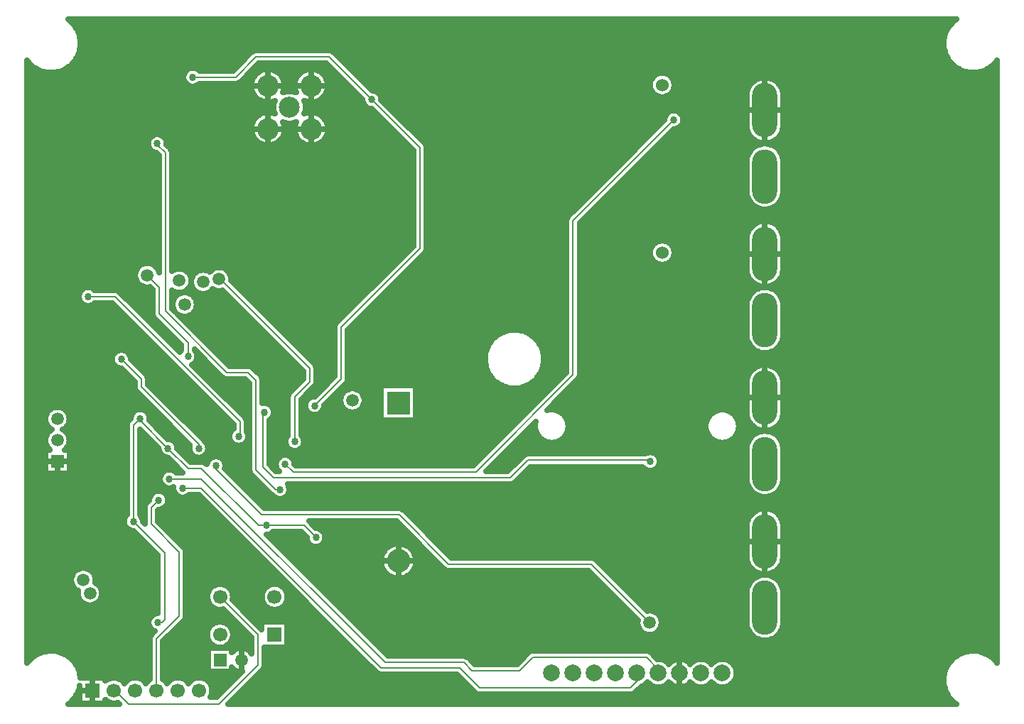
<source format=gbr>
%TF.GenerationSoftware,Novarm,DipTrace,3.3.1.1*%
%TF.CreationDate,2019-02-09T17:58:50-08:00*%
%FSLAX26Y26*%
%MOIN*%
%TF.FileFunction,Copper,L2,Bot*%
%TF.Part,Single*%
%TA.AperFunction,Conductor*%
%ADD17C,0.008*%
%TA.AperFunction,CopperBalancing*%
%ADD22C,0.025*%
%TA.AperFunction,ComponentPad*%
%ADD24C,0.102362*%
%ADD25C,0.098425*%
%ADD32R,0.110236X0.110236*%
%ADD33C,0.110236*%
%ADD35R,0.059055X0.059055*%
%ADD36C,0.059055*%
%ADD37C,0.06*%
%ADD38O,0.11811X0.255906*%
%ADD39R,0.066929X0.066929*%
%ADD40C,0.066929*%
%ADD61C,0.079016*%
%ADD62C,0.059055*%
%TA.AperFunction,ViaPad*%
%ADD63C,0.034*%
G75*
G01*
%LPD*%
X1191499Y2068999D2*
D17*
Y2134001D1*
X1056500Y2269000D1*
Y2393999D1*
X1000249Y2450249D1*
X1050249Y819000D2*
X1069000D1*
X1081500Y831500D1*
Y1147751D1*
X935251Y1294000D1*
Y1746244D1*
X966652Y1777646D1*
X1560251Y1275251D2*
X1735247D1*
X1791499Y1218999D1*
X1797751Y1850251D2*
X1910251Y1962751D1*
Y2206501D1*
X2279000Y2575251D1*
Y3049764D1*
X2053837Y3274927D1*
X1213681Y3380711D2*
X1415711D1*
X1510251Y3475251D1*
X1853513D1*
X2053837Y3274927D1*
X966652Y1777646D2*
Y1768848D1*
X1097749Y1637751D1*
X1560251Y1275251D2*
X1522530D1*
X1253923Y1543858D1*
X1191642D1*
X1097749Y1637751D1*
X1337749Y2431500D2*
X1343999D1*
X1762749Y2012749D1*
Y1950249D1*
X1691500Y1879000D1*
Y1669000D1*
X1622749Y1443999D2*
X1604003D1*
X1510251Y1537751D1*
Y1956500D1*
X1472751Y1994000D1*
X1372749D1*
X1085189Y2281560D1*
Y3024953D1*
X1047693Y3062449D1*
Y3068699D1*
X1322664Y1556358D2*
Y1540335D1*
X1537749Y1325249D1*
X2181500D1*
X2412749Y1094000D1*
X3081500D1*
X3356500Y819000D1*
X844000Y500249D2*
X850249D1*
X912749Y437749D1*
X1337749D1*
X1519000Y619000D1*
Y762760D1*
X1341845Y939915D1*
X1044000Y500249D2*
Y744000D1*
X1150249Y850249D1*
Y1150251D1*
X1019000Y1281500D1*
Y1359000D1*
X1054000Y1394000D1*
X3397749Y581499D2*
X3397751D1*
Y600247D1*
X3341499Y656499D1*
X2810251D1*
X2747751Y593999D1*
X2522751D1*
X2485251Y631499D1*
X2116500D1*
X1254000Y1493999D1*
X1103999D1*
X3297749Y581499D2*
Y543997D1*
X3266501Y512749D1*
X2560248D1*
X2466499Y606499D1*
X2097751D1*
X1254000Y1450249D1*
X1166499D1*
X1647749Y1562751D2*
X1685249Y1525251D1*
X2541500D1*
X2997749Y1981500D1*
Y2707735D1*
X3470235Y3180220D1*
X722728Y2350024D2*
X847975D1*
X1435249Y1762749D1*
Y1694000D1*
X1428999D1*
X1241499Y1637751D2*
Y1656501D1*
X972749Y1925251D1*
Y1962517D1*
X878962Y2056304D1*
X1550249Y1806500D2*
X1545032D1*
X1541391Y1810140D1*
Y1550109D1*
X1591387Y1500113D1*
X2703769D1*
X2785011Y1581354D1*
X3354147D1*
X3360251Y1575251D1*
D63*
X2122751Y2300249D3*
X3470235Y3180220D3*
X3360251Y1575251D3*
X1647749Y1562751D3*
X1622749Y1443999D3*
X1191499Y2068999D3*
X1550249Y1806500D3*
X966652Y1777646D3*
X935251Y1294000D3*
X1050249Y819000D3*
X1103999Y1493999D3*
X1166499Y1450249D3*
X1054000Y1394000D3*
X616488Y1225142D3*
X1791499Y1218999D3*
X1560251Y1275251D3*
X1322664Y1556358D3*
X741476Y2237535D3*
X1097749Y1637751D3*
X1469000Y2119000D3*
X1331501Y1087749D3*
X793730Y1368167D3*
X1341412Y2881218D3*
X2685249Y662751D3*
X960203Y1093906D3*
X1213681Y3380711D3*
X3281500Y819000D3*
X3260249Y1656500D3*
X3472751Y1075249D3*
X878962Y2056304D3*
X1241499Y1637751D3*
X722728Y2350024D3*
X1428999Y1694000D3*
X1047693Y3068699D3*
X1785251Y1837751D3*
X2053837Y3274927D3*
X1619000Y1756500D3*
X1691500Y1669000D3*
X1485126Y525226D3*
X685232Y3074949D3*
X535247Y2631244D3*
X847751Y3581500D3*
X2485251Y3106499D3*
X2135251Y2743999D3*
X1654000Y3525251D3*
X3010249Y3175251D3*
X2597749Y3312749D3*
X2997749Y3550249D3*
X2641276Y2287532D3*
X4010251Y3600249D3*
X4310605Y3475570D3*
X4510249Y3600249D3*
X657624Y3626631D2*
D22*
X4765383D1*
X673988Y3601762D2*
X4749020D1*
X683820Y3576894D2*
X4739187D1*
X688521Y3552025D2*
X4734486D1*
X688628Y3527156D2*
X4734379D1*
X684143Y3502287D2*
X1493642D1*
X1870115D2*
X4738864D1*
X674598Y3477419D2*
X1466801D1*
X1896992D2*
X4748410D1*
X658593Y3452550D2*
X1441933D1*
X1921860D2*
X4764414D1*
X439018Y3427681D2*
X465560D1*
X632434D2*
X1417065D1*
X1508331D2*
X1855462D1*
X1946728D2*
X4790573D1*
X4957447D2*
X4983989D1*
X439018Y3402812D2*
X526635D1*
X571395D2*
X1173699D1*
X1483463D2*
X1517613D1*
X1615409D2*
X1720358D1*
X1818155D2*
X1880330D1*
X1971596D2*
X4851612D1*
X4896372D2*
X4983989D1*
X439018Y3377944D2*
X1167778D1*
X1458559D2*
X1495939D1*
X1637083D2*
X1698684D1*
X1839829D2*
X1905198D1*
X1996463D2*
X3368770D1*
X3463624D2*
X3878003D1*
X3917523D2*
X4983989D1*
X439018Y3353075D2*
X1177574D1*
X1431108D2*
X1487326D1*
X1645660D2*
X1690108D1*
X1848405D2*
X1930066D1*
X2021331D2*
X3357969D1*
X3474390D2*
X3833219D1*
X3962271D2*
X4983989D1*
X439018Y3328206D2*
X1487291D1*
X1645695D2*
X1690072D1*
X1848441D2*
X1954933D1*
X2046199D2*
X3359369D1*
X3473026D2*
X3816748D1*
X3978742D2*
X4983989D1*
X439018Y3303337D2*
X1495795D1*
X1839972D2*
X1979801D1*
X2089260D2*
X3374117D1*
X3458278D2*
X3810182D1*
X3985309D2*
X4983989D1*
X439018Y3278469D2*
X1517254D1*
X1818514D2*
X2004669D1*
X2099702D2*
X3809679D1*
X3985811D2*
X4983989D1*
X439018Y3253600D2*
X1591068D1*
X1744700D2*
X2013425D1*
X2120802D2*
X3809679D1*
X3985811D2*
X4983989D1*
X439018Y3228731D2*
X1590386D1*
X1745382D2*
X2054404D1*
X2145670D2*
X3809679D1*
X3985811D2*
X4983989D1*
X439018Y3203862D2*
X1523211D1*
X1812557D2*
X2079272D1*
X2170538D2*
X3431209D1*
X3509233D2*
X3809679D1*
X3985811D2*
X4983989D1*
X439018Y3178993D2*
X1498163D1*
X1837568D2*
X2104140D1*
X2195405D2*
X3423386D1*
X3516230D2*
X3809679D1*
X3985811D2*
X4983989D1*
X439018Y3154125D2*
X1488080D1*
X1644942D2*
X1690826D1*
X1847688D2*
X2129007D1*
X2220273D2*
X3398518D1*
X3507546D2*
X3809715D1*
X3985775D2*
X4983989D1*
X439018Y3129256D2*
X1486788D1*
X1646234D2*
X1689534D1*
X1848979D2*
X2153875D1*
X2245141D2*
X3373650D1*
X3464916D2*
X3814093D1*
X3981397D2*
X4983989D1*
X439018Y3104387D2*
X1020330D1*
X1075065D2*
X1493857D1*
X1639165D2*
X1696603D1*
X1841910D2*
X2178743D1*
X2270009D2*
X3348783D1*
X3440048D2*
X3827298D1*
X3968228D2*
X4983989D1*
X439018Y3079518D2*
X1003069D1*
X1092325D2*
X1512589D1*
X1620433D2*
X1715335D1*
X1823179D2*
X2203611D1*
X2294876D2*
X3323915D1*
X3415181D2*
X3857621D1*
X3937870D2*
X4983989D1*
X439018Y3054650D2*
X1004038D1*
X1101117D2*
X2228478D1*
X2311598D2*
X3299047D1*
X3390313D2*
X3848291D1*
X3947200D2*
X4983989D1*
X439018Y3029781D2*
X1025748D1*
X1117803D2*
X2245990D1*
X2311993D2*
X3274144D1*
X3365445D2*
X3823531D1*
X3971960D2*
X4983989D1*
X439018Y3004912D2*
X1052195D1*
X1118198D2*
X2245990D1*
X2311993D2*
X3249276D1*
X3340577D2*
X3812514D1*
X3982976D2*
X4983989D1*
X439018Y2980043D2*
X1052195D1*
X1118198D2*
X2245990D1*
X2311993D2*
X3224408D1*
X3315674D2*
X3809679D1*
X3985811D2*
X4983989D1*
X439018Y2955175D2*
X1052195D1*
X1118198D2*
X2245990D1*
X2311993D2*
X3199540D1*
X3290806D2*
X3809679D1*
X3985811D2*
X4983989D1*
X439018Y2930306D2*
X1052195D1*
X1118198D2*
X2245990D1*
X2311993D2*
X3174673D1*
X3265938D2*
X3809679D1*
X3985811D2*
X4983989D1*
X439018Y2905437D2*
X1052195D1*
X1118198D2*
X2245990D1*
X2311993D2*
X3149805D1*
X3241071D2*
X3809679D1*
X3985811D2*
X4983989D1*
X439018Y2880568D2*
X1052195D1*
X1118198D2*
X2245990D1*
X2311993D2*
X3124937D1*
X3216203D2*
X3809679D1*
X3985811D2*
X4983989D1*
X439018Y2855699D2*
X1052195D1*
X1118198D2*
X2245990D1*
X2311993D2*
X3100069D1*
X3191335D2*
X3809679D1*
X3985811D2*
X4983989D1*
X439018Y2830831D2*
X1052195D1*
X1118198D2*
X2245990D1*
X2311993D2*
X3075202D1*
X3166467D2*
X3810935D1*
X3984555D2*
X4983989D1*
X439018Y2805962D2*
X1052195D1*
X1118198D2*
X2245990D1*
X2311993D2*
X3050334D1*
X3141600D2*
X3819296D1*
X3976194D2*
X4983989D1*
X439018Y2781093D2*
X1052195D1*
X1118198D2*
X2245990D1*
X2311993D2*
X3025466D1*
X3116732D2*
X3838745D1*
X3956745D2*
X4983989D1*
X439018Y2756224D2*
X1052195D1*
X1118198D2*
X2245990D1*
X2311993D2*
X3000598D1*
X3091864D2*
X4983989D1*
X439018Y2731356D2*
X1052195D1*
X1118198D2*
X2245990D1*
X2311993D2*
X2975731D1*
X3066996D2*
X4983989D1*
X439018Y2706487D2*
X1052195D1*
X1118198D2*
X2245990D1*
X2311993D2*
X2964750D1*
X3042129D2*
X4983989D1*
X439018Y2681618D2*
X1052195D1*
X1118198D2*
X2245990D1*
X2311993D2*
X2964750D1*
X3030753D2*
X3836377D1*
X3958970D2*
X4983989D1*
X439018Y2656749D2*
X1052195D1*
X1118198D2*
X2245990D1*
X2311993D2*
X2964750D1*
X3030753D2*
X3818148D1*
X3977163D2*
X4983989D1*
X439018Y2631881D2*
X1052195D1*
X1118198D2*
X2245990D1*
X2311993D2*
X2964750D1*
X3030753D2*
X3810505D1*
X3984806D2*
X4983989D1*
X439018Y2607012D2*
X1052195D1*
X1118198D2*
X2245990D1*
X2311993D2*
X2964750D1*
X3030753D2*
X3388830D1*
X3443529D2*
X3809607D1*
X3985703D2*
X4983989D1*
X439018Y2582143D2*
X1052195D1*
X1118198D2*
X2240248D1*
X2311993D2*
X2964750D1*
X3030753D2*
X3363459D1*
X3468935D2*
X3809607D1*
X3985703D2*
X4983989D1*
X439018Y2557274D2*
X1052195D1*
X1118198D2*
X2215381D1*
X2306144D2*
X2964750D1*
X3030753D2*
X3357216D1*
X3475179D2*
X3809607D1*
X3985703D2*
X4983989D1*
X439018Y2532406D2*
X1052195D1*
X1118198D2*
X2190513D1*
X2281779D2*
X2964750D1*
X3030753D2*
X3362491D1*
X3469904D2*
X3809607D1*
X3985703D2*
X4983989D1*
X439018Y2507537D2*
X1052195D1*
X1118198D2*
X2165645D1*
X2256911D2*
X2964750D1*
X3030753D2*
X3385098D1*
X3447297D2*
X3809607D1*
X3985703D2*
X4983989D1*
X439018Y2482668D2*
X952042D1*
X1118198D2*
X1312427D1*
X1363072D2*
X2140778D1*
X2232043D2*
X2964750D1*
X3030753D2*
X3809607D1*
X3985703D2*
X4983989D1*
X439018Y2457799D2*
X942246D1*
X1198363D2*
X1219846D1*
X1389734D2*
X2115910D1*
X2207175D2*
X2964750D1*
X3030753D2*
X3813016D1*
X3982330D2*
X4983989D1*
X439018Y2432930D2*
X944471D1*
X1396265D2*
X2091042D1*
X2182308D2*
X2964750D1*
X3030753D2*
X3824858D1*
X3970488D2*
X4983989D1*
X439018Y2408062D2*
X960870D1*
X1413058D2*
X2066174D1*
X2157440D2*
X2964750D1*
X3030753D2*
X3851556D1*
X3943755D2*
X4983989D1*
X439018Y2383193D2*
X692097D1*
X753363D2*
X1021657D1*
X1189751D2*
X1217154D1*
X1437926D2*
X2041307D1*
X2132572D2*
X2964750D1*
X3030753D2*
X3853530D1*
X3941781D2*
X4983989D1*
X439018Y2358324D2*
X677528D1*
X885310D2*
X1023487D1*
X1118198D2*
X1140147D1*
X1210349D2*
X1371528D1*
X1462794D2*
X2016439D1*
X2107704D2*
X2964750D1*
X3030753D2*
X3825648D1*
X3969663D2*
X4983989D1*
X439018Y2333455D2*
X680004D1*
X910177D2*
X1023487D1*
X1229798D2*
X1396396D1*
X1487662D2*
X1991571D1*
X2082837D2*
X2964750D1*
X3030753D2*
X3813339D1*
X3981971D2*
X4983989D1*
X439018Y2308587D2*
X706989D1*
X738471D2*
X843779D1*
X935045D2*
X1023487D1*
X1233637D2*
X1421264D1*
X1512529D2*
X1966703D1*
X2057969D2*
X2964750D1*
X3030753D2*
X3809607D1*
X3985703D2*
X4983989D1*
X439018Y2283718D2*
X868647D1*
X959913D2*
X1023487D1*
X1225671D2*
X1446131D1*
X1537397D2*
X1941836D1*
X2033101D2*
X2964750D1*
X3030753D2*
X3809607D1*
X3985703D2*
X4983989D1*
X439018Y2258849D2*
X893515D1*
X984781D2*
X1025246D1*
X1193052D2*
X1470999D1*
X1562301D2*
X1916968D1*
X2008233D2*
X2964750D1*
X3030753D2*
X3809607D1*
X3985703D2*
X4983989D1*
X439018Y2233980D2*
X918383D1*
X1009648D2*
X1045879D1*
X1178412D2*
X1495867D1*
X1587168D2*
X1892100D1*
X1983366D2*
X2964750D1*
X3030753D2*
X3809607D1*
X3985703D2*
X4983989D1*
X439018Y2209112D2*
X943250D1*
X1034516D2*
X1070747D1*
X1203279D2*
X1520771D1*
X1612036D2*
X1877352D1*
X1958498D2*
X2964750D1*
X3030753D2*
X3809607D1*
X3985703D2*
X4983989D1*
X439018Y2184243D2*
X968118D1*
X1059384D2*
X1095615D1*
X1228147D2*
X1545638D1*
X1636904D2*
X1877244D1*
X1943247D2*
X2669029D1*
X2776478D2*
X2964750D1*
X3030753D2*
X3809607D1*
X3985703D2*
X4983989D1*
X439018Y2159374D2*
X992986D1*
X1084252D2*
X1120482D1*
X1253015D2*
X1570506D1*
X1661772D2*
X1877244D1*
X1943247D2*
X2628838D1*
X2816668D2*
X2964750D1*
X3030753D2*
X3810361D1*
X3984986D2*
X4983989D1*
X439018Y2134505D2*
X1017854D1*
X1109119D2*
X1145350D1*
X1277883D2*
X1595374D1*
X1686639D2*
X1877244D1*
X1943247D2*
X2606877D1*
X2838629D2*
X2964750D1*
X3030753D2*
X3817610D1*
X3977701D2*
X4983989D1*
X439018Y2109636D2*
X1042721D1*
X1133987D2*
X1158484D1*
X1302750D2*
X1620241D1*
X1711507D2*
X1877244D1*
X1943247D2*
X2593277D1*
X2852194D2*
X2964750D1*
X3030753D2*
X3835193D1*
X3960154D2*
X4983989D1*
X439018Y2084768D2*
X843564D1*
X914340D2*
X1067589D1*
X1327618D2*
X1645109D1*
X1736375D2*
X1877244D1*
X1943247D2*
X2585562D1*
X2859945D2*
X2964750D1*
X3030753D2*
X4983989D1*
X439018Y2059899D2*
X833122D1*
X924818D2*
X1092457D1*
X1236544D2*
X1261220D1*
X1352486D2*
X1669977D1*
X1761243D2*
X1877244D1*
X1943247D2*
X2582655D1*
X2862851D2*
X2964750D1*
X3030753D2*
X4983989D1*
X439018Y2035030D2*
X838504D1*
X945882D2*
X1117325D1*
X1221186D2*
X1286088D1*
X1377354D2*
X1694845D1*
X1786110D2*
X1877244D1*
X1943247D2*
X2584306D1*
X2861201D2*
X2964750D1*
X3030753D2*
X4983989D1*
X439018Y2010161D2*
X879484D1*
X970750D2*
X1142192D1*
X1233458D2*
X1310956D1*
X1502231D2*
X1719712D1*
X1795763D2*
X1877244D1*
X1943247D2*
X2590658D1*
X2854849D2*
X2964750D1*
X3030753D2*
X3840647D1*
X3954843D2*
X4983989D1*
X439018Y1985293D2*
X904352D1*
X995618D2*
X1167060D1*
X1258326D2*
X1335823D1*
X1527098D2*
X1729760D1*
X1795763D2*
X1877244D1*
X1943247D2*
X2602463D1*
X2843043D2*
X2955923D1*
X3030753D2*
X3820157D1*
X3975333D2*
X4983989D1*
X439018Y1960424D2*
X929220D1*
X1005737D2*
X1191928D1*
X1283193D2*
X1460700D1*
X1542995D2*
X1727284D1*
X1795763D2*
X1862280D1*
X1943175D2*
X2621697D1*
X2823809D2*
X2931055D1*
X3022285D2*
X3811222D1*
X3984268D2*
X4983989D1*
X439018Y1935555D2*
X939734D1*
X1008069D2*
X1216796D1*
X1308061D2*
X1477243D1*
X1543246D2*
X1702416D1*
X1791959D2*
X1837413D1*
X1928678D2*
X2654567D1*
X2790939D2*
X2906187D1*
X2997453D2*
X3809679D1*
X3985811D2*
X4983989D1*
X439018Y1910686D2*
X943466D1*
X1032937D2*
X1241663D1*
X1332929D2*
X1477243D1*
X1543246D2*
X1677549D1*
X1768814D2*
X1812545D1*
X1903810D2*
X1931250D1*
X1994239D2*
X2094882D1*
X2263119D2*
X2881319D1*
X2972585D2*
X3809679D1*
X3985811D2*
X4983989D1*
X439018Y1885818D2*
X966539D1*
X1057805D2*
X1266531D1*
X1357833D2*
X1477243D1*
X1543246D2*
X1659283D1*
X1743946D2*
X1787677D1*
X1878943D2*
X1909181D1*
X2016307D2*
X2094882D1*
X2263119D2*
X2856416D1*
X2947717D2*
X3809679D1*
X3985811D2*
X4983989D1*
X439018Y1860949D2*
X991407D1*
X1082673D2*
X1291399D1*
X1382700D2*
X1477243D1*
X1543246D2*
X1658494D1*
X1724497D2*
X1745944D1*
X1854075D2*
X1904265D1*
X2021259D2*
X2094882D1*
X2263119D2*
X2831548D1*
X2922850D2*
X3809679D1*
X3985811D2*
X4983989D1*
X439018Y1836080D2*
X1016275D1*
X1107540D2*
X1316302D1*
X1407568D2*
X1477243D1*
X1584656D2*
X1658494D1*
X1724497D2*
X1739269D1*
X1831217D2*
X1910975D1*
X2014513D2*
X2094882D1*
X2263119D2*
X2806680D1*
X2897946D2*
X3809679D1*
X3985811D2*
X4983989D1*
X439018Y1811211D2*
X533632D1*
X624324D2*
X936468D1*
X996838D2*
X1041142D1*
X1132408D2*
X1341170D1*
X1432436D2*
X1477243D1*
X1595996D2*
X1658494D1*
X1724497D2*
X1748276D1*
X1822210D2*
X1938283D1*
X1987241D2*
X2094882D1*
X2263119D2*
X2781813D1*
X2934404D2*
X3661083D1*
X3734406D2*
X3809679D1*
X3985811D2*
X4983989D1*
X439018Y1786343D2*
X521611D1*
X636381D2*
X921541D1*
X1011765D2*
X1066010D1*
X1157276D2*
X1366038D1*
X1457304D2*
X1477243D1*
X1591295D2*
X1658494D1*
X1724497D2*
X2094882D1*
X2263119D2*
X2756945D1*
X2963614D2*
X3631873D1*
X3763616D2*
X3812119D1*
X3983407D2*
X4983989D1*
X439018Y1761474D2*
X522150D1*
X635843D2*
X906326D1*
X1019660D2*
X1090878D1*
X1182144D2*
X1390906D1*
X1574394D2*
X1658494D1*
X1724497D2*
X2732077D1*
X2975276D2*
X3620247D1*
X3775278D2*
X3822490D1*
X3973000D2*
X4983989D1*
X439018Y1736605D2*
X535786D1*
X622207D2*
X902235D1*
X1044528D2*
X1115746D1*
X1207011D2*
X1402245D1*
X1574394D2*
X1658494D1*
X1724497D2*
X2707209D1*
X2798475D2*
X2817769D1*
X2977716D2*
X3617771D1*
X3777719D2*
X3845886D1*
X3949604D2*
X4983989D1*
X439018Y1711736D2*
X534099D1*
X623893D2*
X902235D1*
X1069395D2*
X1140613D1*
X1231915D2*
X1386779D1*
X1574394D2*
X1658494D1*
X1724497D2*
X2682342D1*
X2773607D2*
X2823546D1*
X2971939D2*
X3623548D1*
X3771941D2*
X3861173D1*
X3934353D2*
X4983989D1*
X439018Y1686867D2*
X521719D1*
X636273D2*
X902235D1*
X968238D2*
X1002998D1*
X1094263D2*
X1165481D1*
X1256783D2*
X1383585D1*
X1574394D2*
X1649344D1*
X1733648D2*
X2657474D1*
X2748739D2*
X2840089D1*
X2955397D2*
X3640091D1*
X3755399D2*
X3828554D1*
X3966936D2*
X4983989D1*
X439018Y1661999D2*
X522006D1*
X635950D2*
X902235D1*
X968238D2*
X1027865D1*
X1136355D2*
X1190385D1*
X1280107D2*
X1397042D1*
X1460964D2*
X1477243D1*
X1574394D2*
X1646078D1*
X1736949D2*
X2632606D1*
X2723872D2*
X3814667D1*
X3980823D2*
X4983989D1*
X439018Y1637130D2*
X535283D1*
X622673D2*
X902235D1*
X968238D2*
X1051764D1*
X1143999D2*
X1195516D1*
X1287500D2*
X1477243D1*
X1574394D2*
X1659391D1*
X1723600D2*
X2607738D1*
X2699004D2*
X3809787D1*
X3985703D2*
X4983989D1*
X439018Y1612261D2*
X520463D1*
X637529D2*
X902235D1*
X968238D2*
X1060018D1*
X1168866D2*
X1203734D1*
X1279246D2*
X1477243D1*
X1574394D2*
X2582871D1*
X2674136D2*
X3334896D1*
X3385612D2*
X3809679D1*
X3985811D2*
X4983989D1*
X439018Y1587392D2*
X520463D1*
X637529D2*
X902235D1*
X968238D2*
X1102469D1*
X1193734D2*
X1289676D1*
X1355644D2*
X1477243D1*
X1574394D2*
X1609404D1*
X1686101D2*
X2558003D1*
X2649269D2*
X2745426D1*
X3404523D2*
X3809679D1*
X3985811D2*
X4983989D1*
X439018Y1562524D2*
X520463D1*
X637529D2*
X902235D1*
X968238D2*
X1127336D1*
X1368239D2*
X1477243D1*
X1574609D2*
X1601761D1*
X1693744D2*
X2533135D1*
X2624401D2*
X2720558D1*
X3404344D2*
X3809679D1*
X3985811D2*
X4983989D1*
X439018Y1537655D2*
X520463D1*
X637529D2*
X902235D1*
X968238D2*
X1152204D1*
X1370966D2*
X1477243D1*
X2599533D2*
X2695691D1*
X2786956D2*
X3335864D1*
X3384643D2*
X3809679D1*
X3985811D2*
X4983989D1*
X439018Y1512786D2*
X902235D1*
X968238D2*
X1062278D1*
X1395834D2*
X1489587D1*
X2762088D2*
X3809679D1*
X3985811D2*
X4983989D1*
X439018Y1487917D2*
X902235D1*
X968238D2*
X1058439D1*
X1420702D2*
X1514455D1*
X2737221D2*
X3810038D1*
X3985488D2*
X4983989D1*
X439018Y1463049D2*
X902235D1*
X968238D2*
X1070926D1*
X1445569D2*
X1539323D1*
X1664355D2*
X3816067D1*
X3979424D2*
X4983989D1*
X439018Y1438180D2*
X902235D1*
X968238D2*
X1122205D1*
X1470437D2*
X1564190D1*
X1668374D2*
X3831712D1*
X3963778D2*
X4983989D1*
X439018Y1413311D2*
X902235D1*
X968238D2*
X1012507D1*
X1095483D2*
X1141008D1*
X1191976D2*
X1245288D1*
X1495305D2*
X1589417D1*
X1656066D2*
X3871400D1*
X3924126D2*
X4983989D1*
X439018Y1388442D2*
X902235D1*
X968238D2*
X1002818D1*
X1099646D2*
X1270191D1*
X1520173D2*
X4983989D1*
X439018Y1363573D2*
X902235D1*
X968238D2*
X986347D1*
X1087589D2*
X1295059D1*
X1545076D2*
X4983989D1*
X439018Y1338705D2*
X902235D1*
X968238D2*
X985989D1*
X1051992D2*
X1319927D1*
X2213670D2*
X3845133D1*
X3950357D2*
X4983989D1*
X439018Y1313836D2*
X894053D1*
X1051992D2*
X1344794D1*
X2238538D2*
X3822167D1*
X3973323D2*
X4983989D1*
X439018Y1288967D2*
X889532D1*
X1057159D2*
X1369662D1*
X1767163D2*
X2172140D1*
X2263406D2*
X3811976D1*
X3983514D2*
X4983989D1*
X439018Y1264098D2*
X901158D1*
X1082027D2*
X1394530D1*
X1792031D2*
X2197008D1*
X2288274D2*
X3809679D1*
X3985811D2*
X4983989D1*
X439018Y1239230D2*
X944399D1*
X1106894D2*
X1419398D1*
X1587132D2*
X1725633D1*
X1832509D2*
X2221876D1*
X2313141D2*
X3809679D1*
X3985811D2*
X4983989D1*
X439018Y1214361D2*
X969266D1*
X1131762D2*
X1444265D1*
X1579274D2*
X1745764D1*
X1837245D2*
X2246744D1*
X2338009D2*
X3809679D1*
X3985811D2*
X4983989D1*
X439018Y1189492D2*
X994134D1*
X1156630D2*
X1469133D1*
X1604142D2*
X1757032D1*
X1825978D2*
X2166291D1*
X2191709D2*
X2271611D1*
X2362877D2*
X3809679D1*
X3985811D2*
X4983989D1*
X439018Y1164623D2*
X1019002D1*
X1179668D2*
X1494001D1*
X1629009D2*
X2117237D1*
X2240763D2*
X2296479D1*
X2387745D2*
X3809679D1*
X3985811D2*
X4983989D1*
X439018Y1139755D2*
X1043870D1*
X1183256D2*
X1518869D1*
X1653877D2*
X2101090D1*
X2256911D2*
X2321347D1*
X2412612D2*
X3809679D1*
X3985811D2*
X4983989D1*
X439018Y1114886D2*
X1048499D1*
X1183256D2*
X1543736D1*
X1678745D2*
X2095133D1*
X2262868D2*
X2346214D1*
X3106254D2*
X3811330D1*
X3984160D2*
X4983989D1*
X439018Y1090017D2*
X1048499D1*
X1183256D2*
X1568604D1*
X1703613D2*
X2096999D1*
X2261002D2*
X2371082D1*
X3131121D2*
X3820444D1*
X3975046D2*
X4983989D1*
X439018Y1065148D2*
X665973D1*
X734524D2*
X1048499D1*
X1183256D2*
X1593472D1*
X1728480D2*
X2107369D1*
X2250631D2*
X2400364D1*
X3155989D2*
X3841329D1*
X3954197D2*
X4983989D1*
X439018Y1040280D2*
X645914D1*
X754583D2*
X1048499D1*
X1183256D2*
X1618340D1*
X1753348D2*
X2131735D1*
X2226266D2*
X3089591D1*
X3180857D2*
X3870646D1*
X3924844D2*
X4983989D1*
X439018Y1015411D2*
X641823D1*
X758674D2*
X1048499D1*
X1183256D2*
X1643207D1*
X1778216D2*
X3114459D1*
X3205725D2*
X3831497D1*
X3963993D2*
X4983989D1*
X439018Y990542D2*
X649502D1*
X778482D2*
X1048499D1*
X1183256D2*
X1307224D1*
X1376492D2*
X1563114D1*
X1632382D2*
X1668075D1*
X1803084D2*
X3139327D1*
X3230592D2*
X3815995D1*
X3979495D2*
X4983989D1*
X439018Y965673D2*
X673724D1*
X789283D2*
X1048499D1*
X1183256D2*
X1285191D1*
X1398489D2*
X1541117D1*
X1654415D2*
X1692943D1*
X1827951D2*
X3164194D1*
X3255460D2*
X3810002D1*
X3985488D2*
X4983989D1*
X439018Y940804D2*
X675231D1*
X787776D2*
X1048499D1*
X1183256D2*
X1279378D1*
X1404303D2*
X1535304D1*
X1660193D2*
X1717811D1*
X1852819D2*
X3189062D1*
X3280328D2*
X3809679D1*
X3985811D2*
X4983989D1*
X439018Y915936D2*
X690339D1*
X772633D2*
X1048499D1*
X1183256D2*
X1284401D1*
X1411444D2*
X1540292D1*
X1655205D2*
X1742678D1*
X1877687D2*
X3213930D1*
X3305196D2*
X3809679D1*
X3985811D2*
X4983989D1*
X439018Y891067D2*
X1048499D1*
X1183256D2*
X1304568D1*
X1436311D2*
X1560458D1*
X1635038D2*
X1767546D1*
X1902554D2*
X3238798D1*
X3330063D2*
X3809679D1*
X3985811D2*
X4983989D1*
X439018Y866198D2*
X1048499D1*
X1183256D2*
X1369913D1*
X1461179D2*
X1792414D1*
X1927422D2*
X3263665D1*
X3389200D2*
X3809679D1*
X3985811D2*
X4983989D1*
X439018Y841329D2*
X1010426D1*
X1181928D2*
X1394781D1*
X1486047D2*
X1817282D1*
X1952290D2*
X3288533D1*
X3410372D2*
X3809679D1*
X3985811D2*
X4983989D1*
X439018Y816461D2*
X1004325D1*
X1162084D2*
X1312678D1*
X1371002D2*
X1419649D1*
X1510950D2*
X1535304D1*
X1660229D2*
X1842149D1*
X1977158D2*
X3298043D1*
X3414965D2*
X3809787D1*
X3985703D2*
X4983989D1*
X439018Y791592D2*
X1013978D1*
X1137217D2*
X1286770D1*
X1396910D2*
X1444517D1*
X1660229D2*
X1867017D1*
X2002025D2*
X3305148D1*
X3407860D2*
X3814739D1*
X3980751D2*
X4983989D1*
X439018Y766723D2*
X1021083D1*
X1112349D2*
X1279521D1*
X1404195D2*
X1469420D1*
X1660229D2*
X1891885D1*
X2026893D2*
X3333855D1*
X3379153D2*
X3828734D1*
X3966756D2*
X4983989D1*
X439018Y741854D2*
X1011000D1*
X1087481D2*
X1283145D1*
X1400535D2*
X1485999D1*
X1660229D2*
X1916753D1*
X2051761D2*
X3861675D1*
X3933851D2*
X4983989D1*
X439018Y716986D2*
X1011000D1*
X1077003D2*
X1300585D1*
X1383095D2*
X1485999D1*
X1660229D2*
X1941620D1*
X2076665D2*
X4983989D1*
X439018Y692117D2*
X1011000D1*
X1077003D2*
X1282966D1*
X1472698D2*
X1485999D1*
X1552002D2*
X1966488D1*
X2101532D2*
X4983989D1*
X439018Y667248D2*
X476074D1*
X621920D2*
X1011000D1*
X1077003D2*
X1282966D1*
X1552002D2*
X1991356D1*
X2126400D2*
X2775353D1*
X3376390D2*
X4801088D1*
X4946933D2*
X4983989D1*
X652601Y642379D2*
X1011000D1*
X1077003D2*
X1282966D1*
X1552002D2*
X2016223D1*
X2520014D2*
X2750486D1*
X3425766D2*
X3469748D1*
X3525740D2*
X3569758D1*
X3625749D2*
X3669731D1*
X3725758D2*
X4770407D1*
X670866Y617511D2*
X1011000D1*
X1077003D2*
X1282966D1*
X1551966D2*
X2041091D1*
X3755578D2*
X4752142D1*
X682026Y592642D2*
X1011000D1*
X1077003D2*
X1282966D1*
X1400032D2*
X1416599D1*
X1538258D2*
X2065959D1*
X3765303D2*
X4740982D1*
X687839Y567773D2*
X1011000D1*
X1077003D2*
X1422125D1*
X1513390D2*
X2459609D1*
X3764800D2*
X4735168D1*
X1288648Y542904D2*
X1397257D1*
X1488523D2*
X2484476D1*
X3753784D2*
X4734020D1*
X1303755Y518035D2*
X1372389D1*
X1463655D2*
X2509344D1*
X3318401D2*
X3377095D1*
X3418410D2*
X3477105D1*
X3518384D2*
X3577114D1*
X3618393D2*
X3677087D1*
X3718402D2*
X4737393D1*
X1306052Y493167D2*
X1347522D1*
X1438787D2*
X2534212D1*
X3292564D2*
X4745718D1*
X662971Y468298D2*
X681547D1*
X1297260D2*
X1322654D1*
X1413920D2*
X4760000D1*
X639790Y443429D2*
X681547D1*
X806472D2*
X822321D1*
X1389052D2*
X4783181D1*
X1644161Y3135912D2*
X1643402Y3126763D1*
X1641568Y3117767D1*
X1638686Y3109050D1*
X1634796Y3100734D1*
X1629952Y3092935D1*
X1624221Y3085762D1*
X1617685Y3079315D1*
X1610433Y3073684D1*
X1602568Y3068948D1*
X1594199Y3065174D1*
X1585442Y3062413D1*
X1576422Y3060704D1*
X1567263Y3060072D1*
X1558093Y3060525D1*
X1549040Y3062056D1*
X1540232Y3064645D1*
X1531790Y3068255D1*
X1523834Y3072835D1*
X1516473Y3078323D1*
X1509811Y3084640D1*
X1503941Y3091699D1*
X1498945Y3099402D1*
X1494893Y3107640D1*
X1491840Y3116299D1*
X1489831Y3125258D1*
X1488893Y3134390D1*
X1489039Y3143570D1*
X1490266Y3152669D1*
X1492559Y3161559D1*
X1495885Y3170116D1*
X1500197Y3178222D1*
X1505435Y3185762D1*
X1511526Y3192631D1*
X1518385Y3198734D1*
X1525916Y3203985D1*
X1534014Y3208311D1*
X1542566Y3211651D1*
X1551452Y3213959D1*
X1560549Y3215202D1*
X1569728Y3215363D1*
X1578863Y3214441D1*
X1587825Y3212447D1*
X1596488Y3209409D1*
X1598651Y3208461D1*
X1595872Y3215731D1*
X1594259Y3221453D1*
X1593099Y3227283D1*
X1592400Y3233187D1*
X1592167Y3239127D1*
X1592400Y3245068D1*
X1593099Y3250971D1*
X1594259Y3256802D1*
X1595872Y3262524D1*
X1598717Y3269809D1*
X1590736Y3266701D1*
X1581859Y3264357D1*
X1572768Y3263077D1*
X1563589Y3262879D1*
X1554451Y3263765D1*
X1545481Y3265722D1*
X1536805Y3268725D1*
X1528543Y3272730D1*
X1520812Y3277681D1*
X1513719Y3283511D1*
X1507363Y3290136D1*
X1501834Y3297465D1*
X1497207Y3305395D1*
X1493549Y3313816D1*
X1490910Y3322609D1*
X1489326Y3331653D1*
X1488821Y3340820D1*
X1489401Y3349983D1*
X1491057Y3359013D1*
X1493768Y3367785D1*
X1497494Y3376175D1*
X1502184Y3384068D1*
X1507773Y3391352D1*
X1514182Y3397925D1*
X1521322Y3403697D1*
X1529093Y3408586D1*
X1537387Y3412524D1*
X1546087Y3415456D1*
X1555073Y3417341D1*
X1564218Y3418153D1*
X1573395Y3417880D1*
X1582475Y3416526D1*
X1591333Y3414111D1*
X1599843Y3410667D1*
X1607888Y3406243D1*
X1615355Y3400901D1*
X1622140Y3394715D1*
X1628147Y3387773D1*
X1633293Y3380169D1*
X1637506Y3372012D1*
X1640727Y3363415D1*
X1642912Y3354497D1*
X1644029Y3345385D1*
X1644096Y3336832D1*
X1643120Y3327703D1*
X1641075Y3318753D1*
X1637987Y3310106D1*
X1637215Y3308353D1*
X1644483Y3311134D1*
X1650205Y3312748D1*
X1656035Y3313908D1*
X1661939Y3314607D1*
X1667879Y3314840D1*
X1673820Y3314607D1*
X1679723Y3313908D1*
X1685554Y3312748D1*
X1691276Y3311134D1*
X1698561Y3308289D1*
X1695694Y3315549D1*
X1693264Y3324402D1*
X1691894Y3333480D1*
X1691606Y3342657D1*
X1692402Y3351803D1*
X1694272Y3360792D1*
X1697189Y3369497D1*
X1701113Y3377797D1*
X1705989Y3385577D1*
X1711748Y3392726D1*
X1718311Y3399147D1*
X1725585Y3404748D1*
X1733470Y3409452D1*
X1741854Y3413192D1*
X1750621Y3415918D1*
X1759649Y3417590D1*
X1768810Y3418185D1*
X1777978Y3417695D1*
X1787024Y3416127D1*
X1795822Y3413503D1*
X1804249Y3409859D1*
X1812187Y3405246D1*
X1819526Y3399729D1*
X1826162Y3393384D1*
X1832003Y3386301D1*
X1836968Y3378579D1*
X1840987Y3370324D1*
X1844004Y3361653D1*
X1845977Y3352687D1*
X1846879Y3343550D1*
X1846743Y3334998D1*
X1845552Y3325895D1*
X1843295Y3316995D1*
X1840004Y3308424D1*
X1835725Y3300302D1*
X1830518Y3292740D1*
X1824455Y3285846D1*
X1817620Y3279716D1*
X1810110Y3274434D1*
X1802030Y3270076D1*
X1793492Y3266701D1*
X1784615Y3264357D1*
X1775524Y3263077D1*
X1766345Y3262879D1*
X1757207Y3263765D1*
X1748237Y3265722D1*
X1739560Y3268725D1*
X1737107Y3269795D1*
X1739886Y3262524D1*
X1741500Y3256802D1*
X1742660Y3250971D1*
X1743358Y3245068D1*
X1743592Y3239127D1*
X1743358Y3233187D1*
X1742660Y3227283D1*
X1741500Y3221453D1*
X1739886Y3215731D1*
X1737041Y3208445D1*
X1745322Y3211651D1*
X1754208Y3213959D1*
X1763304Y3215202D1*
X1772484Y3215363D1*
X1781619Y3214441D1*
X1790580Y3212447D1*
X1799244Y3209409D1*
X1807490Y3205371D1*
X1815201Y3200388D1*
X1822270Y3194530D1*
X1828599Y3187879D1*
X1834099Y3180527D1*
X1838693Y3172578D1*
X1842317Y3164143D1*
X1844921Y3155339D1*
X1846467Y3146289D1*
X1846938Y3137749D1*
X1846396Y3128584D1*
X1844776Y3119547D1*
X1842101Y3110765D1*
X1838408Y3102359D1*
X1833750Y3094448D1*
X1828191Y3087141D1*
X1821808Y3080541D1*
X1814692Y3074741D1*
X1806941Y3069821D1*
X1798663Y3065849D1*
X1789975Y3062882D1*
X1780997Y3060960D1*
X1771855Y3060112D1*
X1762677Y3060347D1*
X1753591Y3061664D1*
X1744724Y3064044D1*
X1736200Y3067453D1*
X1728137Y3071844D1*
X1720648Y3077156D1*
X1713839Y3083314D1*
X1707804Y3090233D1*
X1702627Y3097815D1*
X1698381Y3105955D1*
X1695125Y3114539D1*
X1692904Y3123448D1*
X1691750Y3132556D1*
X1691679Y3141737D1*
X1692691Y3150862D1*
X1694773Y3159804D1*
X1697895Y3168437D1*
X1698544Y3169900D1*
X1691276Y3167120D1*
X1685554Y3165507D1*
X1679723Y3164347D1*
X1673820Y3163648D1*
X1667879Y3163415D1*
X1661939Y3163648D1*
X1656035Y3164347D1*
X1650205Y3165507D1*
X1644483Y3167120D1*
X1637197Y3169965D1*
X1640165Y3162408D1*
X1642560Y3153545D1*
X1643892Y3144461D1*
X1644161Y3135912D1*
X2106567Y1931867D2*
X2260617D1*
Y1768631D1*
X2097381D1*
Y1931867D1*
X2106567D1*
X2260596Y1106680D2*
X2259873Y1097527D1*
X2258127Y1088513D1*
X2255380Y1079752D1*
X2251666Y1071355D1*
X2247032Y1063429D1*
X2241538Y1056073D1*
X2235252Y1049381D1*
X2228254Y1043437D1*
X2220633Y1038316D1*
X2212485Y1034085D1*
X2203913Y1030794D1*
X2195026Y1028488D1*
X2185936Y1027194D1*
X2176758Y1026930D1*
X2167609Y1027698D1*
X2158604Y1029488D1*
X2149857Y1032279D1*
X2141478Y1036034D1*
X2133575Y1040707D1*
X2126246Y1046238D1*
X2119585Y1052557D1*
X2113676Y1059584D1*
X2108593Y1067231D1*
X2104402Y1075399D1*
X2101154Y1083987D1*
X2098891Y1092886D1*
X2097643Y1101982D1*
X2097423Y1111161D1*
X2098237Y1120306D1*
X2100072Y1129303D1*
X2102906Y1138036D1*
X2106702Y1146395D1*
X2111414Y1154276D1*
X2116981Y1161577D1*
X2123333Y1168207D1*
X2130389Y1174081D1*
X2138061Y1179126D1*
X2146250Y1183277D1*
X2154854Y1186482D1*
X2163764Y1188701D1*
X2172866Y1189904D1*
X2182046Y1190078D1*
X2191187Y1189220D1*
X2200174Y1187340D1*
X2208893Y1184463D1*
X2217234Y1180625D1*
X2225091Y1175875D1*
X2232365Y1170271D1*
X2238963Y1163887D1*
X2244802Y1156802D1*
X2249809Y1149105D1*
X2253920Y1140895D1*
X2257082Y1132276D1*
X2259257Y1123356D1*
X2260415Y1114247D1*
X2260596Y1106680D1*
X524802Y1631134D2*
X544273D1*
X539375Y1635489D1*
X533665Y1642174D1*
X529071Y1649670D1*
X525707Y1657793D1*
X523654Y1666342D1*
X522965Y1675106D1*
X523654Y1683871D1*
X525707Y1692420D1*
X529071Y1700542D1*
X533665Y1708038D1*
X539375Y1714724D1*
X546060Y1720434D1*
X553728Y1725106D1*
X546060Y1729779D1*
X539375Y1735489D1*
X533665Y1742174D1*
X529071Y1749670D1*
X525707Y1757793D1*
X523654Y1766342D1*
X522965Y1775106D1*
X523654Y1783871D1*
X525707Y1792420D1*
X529071Y1800542D1*
X533665Y1808038D1*
X539375Y1814724D1*
X546060Y1820434D1*
X553556Y1825027D1*
X561679Y1828392D1*
X570227Y1830444D1*
X578992Y1831134D1*
X587757Y1830444D1*
X596306Y1828392D1*
X604428Y1825027D1*
X611924Y1820434D1*
X618610Y1814724D1*
X624319Y1808038D1*
X628913Y1800542D1*
X632278Y1792420D1*
X634330Y1783871D1*
X635020Y1775106D1*
X634330Y1766342D1*
X632278Y1757793D1*
X628913Y1749670D1*
X624319Y1742174D1*
X618610Y1735489D1*
X611924Y1729779D1*
X604256Y1725106D1*
X611924Y1720434D1*
X618610Y1714724D1*
X624319Y1708038D1*
X628913Y1700542D1*
X632278Y1692420D1*
X634330Y1683871D1*
X635020Y1675106D1*
X634330Y1666342D1*
X632278Y1657793D1*
X628913Y1649670D1*
X624319Y1642174D1*
X618610Y1635489D1*
X613638Y1631130D1*
X635020Y1631134D1*
Y1519079D1*
X522965D1*
Y1631134D1*
X524802D1*
X3472520Y3339238D2*
X3471133Y3330481D1*
X3468393Y3322049D1*
X3464368Y3314149D1*
X3459157Y3306977D1*
X3452888Y3300708D1*
X3445715Y3295496D1*
X3437816Y3291471D1*
X3429384Y3288732D1*
X3420627Y3287345D1*
X3411761D1*
X3403005Y3288732D1*
X3394573Y3291471D1*
X3386673Y3295496D1*
X3379500Y3300708D1*
X3373231Y3306977D1*
X3368020Y3314149D1*
X3363995Y3322049D1*
X3361255Y3330481D1*
X3359868Y3339238D1*
Y3348104D1*
X3361255Y3356860D1*
X3363995Y3365292D1*
X3368020Y3373192D1*
X3373231Y3380364D1*
X3379500Y3386634D1*
X3386673Y3391845D1*
X3394573Y3395870D1*
X3403005Y3398610D1*
X3411761Y3399996D1*
X3420627D1*
X3429384Y3398610D1*
X3437816Y3395870D1*
X3445715Y3391845D1*
X3452888Y3386634D1*
X3459157Y3380364D1*
X3464368Y3373192D1*
X3468393Y3365292D1*
X3471133Y3356860D1*
X3472520Y3348104D1*
Y3339238D1*
Y2551836D2*
X3471133Y2543079D1*
X3468393Y2534647D1*
X3464368Y2526748D1*
X3459157Y2519575D1*
X3452888Y2513306D1*
X3445715Y2508095D1*
X3437816Y2504070D1*
X3429384Y2501330D1*
X3420627Y2499943D1*
X3411761D1*
X3403005Y2501330D1*
X3394573Y2504070D1*
X3386673Y2508095D1*
X3379500Y2513306D1*
X3373231Y2519575D1*
X3368020Y2526748D1*
X3363995Y2534647D1*
X3361255Y2543079D1*
X3359868Y2551836D1*
Y2560702D1*
X3361255Y2569459D1*
X3363995Y2577891D1*
X3368020Y2585790D1*
X3373231Y2592963D1*
X3379500Y2599232D1*
X3386673Y2604443D1*
X3394573Y2608468D1*
X3403005Y2611208D1*
X3411761Y2612595D1*
X3420627D1*
X3429384Y2611208D1*
X3437816Y2608468D1*
X3445715Y2604443D1*
X3452888Y2599232D1*
X3459157Y2592963D1*
X3464368Y2585790D1*
X3468393Y2577891D1*
X3471133Y2569459D1*
X3472520Y2560702D1*
Y2551836D1*
X3812110Y2619468D2*
X3812543Y2628101D1*
X3813959Y2637173D1*
X3816338Y2646041D1*
X3819654Y2654604D1*
X3823869Y2662761D1*
X3828934Y2670420D1*
X3834790Y2677492D1*
X3841370Y2683895D1*
X3848599Y2689557D1*
X3856393Y2694411D1*
X3864662Y2698402D1*
X3873311Y2701484D1*
X3882241Y2703621D1*
X3891349Y2704789D1*
X3900529Y2704974D1*
X3909676Y2704175D1*
X3918684Y2702399D1*
X3927451Y2699669D1*
X3935874Y2696014D1*
X3943858Y2691478D1*
X3951309Y2686113D1*
X3958142Y2679980D1*
X3964279Y2673150D1*
X3969648Y2665701D1*
X3974188Y2657721D1*
X3977847Y2649299D1*
X3980582Y2640534D1*
X3982362Y2631526D1*
X3983167Y2622380D1*
X3983197Y2479835D1*
X3982507Y2470679D1*
X3980841Y2461649D1*
X3978216Y2452851D1*
X3974663Y2444384D1*
X3970224Y2436346D1*
X3964948Y2428831D1*
X3958898Y2421925D1*
X3952142Y2415706D1*
X3944759Y2410247D1*
X3936834Y2405611D1*
X3928457Y2401851D1*
X3919725Y2399011D1*
X3910740Y2397122D1*
X3901603Y2396208D1*
X3892422Y2396277D1*
X3883300Y2397331D1*
X3874345Y2399355D1*
X3865657Y2402328D1*
X3857339Y2406215D1*
X3849484Y2410971D1*
X3842185Y2416541D1*
X3835524Y2422861D1*
X3829580Y2429859D1*
X3824419Y2437454D1*
X3820102Y2445558D1*
X3816679Y2454077D1*
X3814188Y2462915D1*
X3812658Y2471969D1*
X3812108Y2481134D1*
X3812106Y2619374D1*
X3812107Y2308417D2*
X3812370Y2315156D1*
X3813160Y2321827D1*
X3814470Y2328416D1*
X3816294Y2334882D1*
X3818619Y2341184D1*
X3821431Y2347285D1*
X3824714Y2353146D1*
X3828446Y2358732D1*
X3832605Y2364007D1*
X3837165Y2368940D1*
X3842098Y2373500D1*
X3847373Y2377659D1*
X3852959Y2381391D1*
X3858820Y2384674D1*
X3864921Y2387486D1*
X3871223Y2389811D1*
X3877689Y2391635D1*
X3884278Y2392945D1*
X3890949Y2393735D1*
X3897661Y2393999D1*
X3904374Y2393735D1*
X3911045Y2392945D1*
X3917634Y2391635D1*
X3924099Y2389811D1*
X3930402Y2387486D1*
X3936503Y2384674D1*
X3942364Y2381391D1*
X3947949Y2377659D1*
X3953225Y2373500D1*
X3958158Y2368940D1*
X3962718Y2364007D1*
X3966877Y2358732D1*
X3970609Y2353146D1*
X3973892Y2347285D1*
X3976704Y2341184D1*
X3979029Y2334882D1*
X3980853Y2328416D1*
X3982163Y2321827D1*
X3982953Y2315156D1*
X3983217Y2299257D1*
X3983181Y2170648D1*
X3982953Y2163936D1*
X3982163Y2157265D1*
X3980853Y2150676D1*
X3979029Y2144210D1*
X3976704Y2137908D1*
X3973892Y2131807D1*
X3970609Y2125946D1*
X3966877Y2120360D1*
X3962718Y2115085D1*
X3958158Y2110152D1*
X3953225Y2105592D1*
X3947949Y2101433D1*
X3942364Y2097701D1*
X3936503Y2094418D1*
X3930402Y2091606D1*
X3924099Y2089281D1*
X3917634Y2087457D1*
X3911045Y2086147D1*
X3904374Y2085357D1*
X3897661Y2085093D1*
X3890949Y2085357D1*
X3884278Y2086147D1*
X3877689Y2087457D1*
X3871223Y2089281D1*
X3864921Y2091606D1*
X3858820Y2094418D1*
X3852959Y2097701D1*
X3847373Y2101433D1*
X3842098Y2105592D1*
X3837165Y2110152D1*
X3832605Y2115085D1*
X3828446Y2120360D1*
X3824714Y2125946D1*
X3821431Y2131807D1*
X3818619Y2137908D1*
X3816294Y2144210D1*
X3814470Y2150676D1*
X3813160Y2157265D1*
X3812370Y2163936D1*
X3812106Y2179835D1*
Y2308336D1*
X3812198Y1269361D2*
X3812631Y1277995D1*
X3814046Y1287067D1*
X3816426Y1295935D1*
X3819742Y1304497D1*
X3823957Y1312655D1*
X3829022Y1320314D1*
X3834878Y1327385D1*
X3841458Y1333789D1*
X3848687Y1339451D1*
X3856481Y1344305D1*
X3864750Y1348296D1*
X3873399Y1351378D1*
X3882329Y1353515D1*
X3891436Y1354683D1*
X3900617Y1354868D1*
X3909764Y1354068D1*
X3918772Y1352293D1*
X3927539Y1349562D1*
X3935962Y1345908D1*
X3943945Y1341372D1*
X3951397Y1336007D1*
X3958230Y1329873D1*
X3964367Y1323043D1*
X3969736Y1315595D1*
X3974276Y1307614D1*
X3977935Y1299193D1*
X3980670Y1290428D1*
X3982450Y1281420D1*
X3983255Y1272273D1*
X3983285Y1129728D1*
X3982595Y1120572D1*
X3980929Y1111543D1*
X3978304Y1102744D1*
X3974751Y1094277D1*
X3970312Y1086240D1*
X3965036Y1078725D1*
X3958986Y1071818D1*
X3952230Y1065600D1*
X3944847Y1060141D1*
X3936922Y1055505D1*
X3928545Y1051745D1*
X3919813Y1048905D1*
X3910828Y1047016D1*
X3901691Y1046101D1*
X3892510Y1046171D1*
X3883388Y1047224D1*
X3874433Y1049249D1*
X3865745Y1052222D1*
X3857426Y1056109D1*
X3849572Y1060865D1*
X3842273Y1066435D1*
X3835612Y1072755D1*
X3829668Y1079753D1*
X3824507Y1087347D1*
X3820190Y1095451D1*
X3816767Y1103971D1*
X3814276Y1112809D1*
X3812746Y1121862D1*
X3812196Y1131028D1*
X3812194Y1269224D1*
X3812195Y958311D2*
X3812458Y965050D1*
X3813248Y971721D1*
X3814558Y978310D1*
X3816382Y984775D1*
X3818707Y991078D1*
X3821519Y997178D1*
X3824802Y1003040D1*
X3828534Y1008625D1*
X3832693Y1013901D1*
X3837253Y1018834D1*
X3842186Y1023394D1*
X3847461Y1027553D1*
X3853047Y1031285D1*
X3858908Y1034567D1*
X3865009Y1037380D1*
X3871311Y1039705D1*
X3877777Y1041529D1*
X3884366Y1042839D1*
X3891037Y1043629D1*
X3897749Y1043892D1*
X3904462Y1043629D1*
X3911133Y1042839D1*
X3917722Y1041529D1*
X3924187Y1039705D1*
X3930490Y1037380D1*
X3936591Y1034567D1*
X3942452Y1031285D1*
X3948037Y1027553D1*
X3953313Y1023394D1*
X3958246Y1018834D1*
X3962806Y1013901D1*
X3966965Y1008625D1*
X3970697Y1003040D1*
X3973980Y997178D1*
X3976792Y991078D1*
X3979117Y984775D1*
X3980941Y978310D1*
X3982251Y971721D1*
X3983041Y965050D1*
X3983305Y949151D1*
X3983269Y820542D1*
X3983041Y813829D1*
X3982251Y807158D1*
X3980941Y800570D1*
X3979117Y794104D1*
X3976792Y787801D1*
X3973980Y781701D1*
X3970697Y775840D1*
X3966965Y770254D1*
X3962806Y764978D1*
X3958246Y760045D1*
X3953313Y755485D1*
X3948037Y751326D1*
X3942452Y747594D1*
X3936591Y744312D1*
X3930490Y741499D1*
X3924187Y739174D1*
X3917722Y737351D1*
X3911133Y736040D1*
X3904462Y735251D1*
X3897749Y734987D1*
X3891037Y735251D1*
X3884366Y736040D1*
X3877777Y737351D1*
X3871311Y739174D1*
X3865009Y741499D1*
X3858908Y744312D1*
X3853047Y747594D1*
X3847461Y751326D1*
X3842186Y755485D1*
X3837253Y760045D1*
X3832693Y764978D1*
X3828534Y770254D1*
X3824802Y775840D1*
X3821519Y781701D1*
X3818707Y787801D1*
X3816382Y794104D1*
X3814558Y800570D1*
X3813248Y807158D1*
X3812458Y813829D1*
X3812194Y829728D1*
Y958158D1*
X3812198Y3294147D2*
X3812631Y3302781D1*
X3814046Y3311853D1*
X3816426Y3320721D1*
X3819742Y3329283D1*
X3823957Y3337441D1*
X3829022Y3345100D1*
X3834878Y3352172D1*
X3841458Y3358575D1*
X3848687Y3364237D1*
X3856481Y3369091D1*
X3864750Y3373082D1*
X3873399Y3376164D1*
X3882329Y3378301D1*
X3891436Y3379469D1*
X3900617Y3379654D1*
X3909764Y3378854D1*
X3918772Y3377079D1*
X3927539Y3374348D1*
X3935962Y3370694D1*
X3943945Y3366158D1*
X3951397Y3360793D1*
X3958230Y3354660D1*
X3964367Y3347830D1*
X3969736Y3340381D1*
X3974276Y3332400D1*
X3977935Y3323979D1*
X3980670Y3315214D1*
X3982450Y3306206D1*
X3983255Y3297059D1*
X3983285Y3154515D1*
X3982595Y3145359D1*
X3980929Y3136329D1*
X3978304Y3127530D1*
X3974751Y3119064D1*
X3970312Y3111026D1*
X3965036Y3103511D1*
X3958986Y3096604D1*
X3952230Y3090386D1*
X3944847Y3084927D1*
X3936922Y3080291D1*
X3928545Y3076531D1*
X3919813Y3073691D1*
X3910828Y3071802D1*
X3901691Y3070887D1*
X3892510Y3070957D1*
X3883388Y3072010D1*
X3874433Y3074035D1*
X3865745Y3077008D1*
X3857426Y3080895D1*
X3849572Y3085651D1*
X3842273Y3091221D1*
X3835612Y3097541D1*
X3829668Y3104539D1*
X3824507Y3112134D1*
X3820190Y3120237D1*
X3816767Y3128757D1*
X3814276Y3137595D1*
X3812746Y3146648D1*
X3812196Y3155814D1*
X3812194Y3293982D1*
X3812195Y2983097D2*
X3812458Y2989836D1*
X3813248Y2996507D1*
X3814558Y3003096D1*
X3816382Y3009561D1*
X3818707Y3015864D1*
X3821519Y3021965D1*
X3824802Y3027826D1*
X3828534Y3033411D1*
X3832693Y3038687D1*
X3837253Y3043620D1*
X3842186Y3048180D1*
X3847461Y3052339D1*
X3853047Y3056071D1*
X3858908Y3059354D1*
X3865009Y3062166D1*
X3871311Y3064491D1*
X3877777Y3066315D1*
X3884366Y3067625D1*
X3891037Y3068415D1*
X3897749Y3068678D1*
X3904462Y3068415D1*
X3911133Y3067625D1*
X3917722Y3066315D1*
X3924187Y3064491D1*
X3930490Y3062166D1*
X3936591Y3059354D1*
X3942452Y3056071D1*
X3948037Y3052339D1*
X3953313Y3048180D1*
X3958246Y3043620D1*
X3962806Y3038687D1*
X3966965Y3033411D1*
X3970697Y3027826D1*
X3973980Y3021965D1*
X3976792Y3015864D1*
X3979117Y3009561D1*
X3980941Y3003096D1*
X3982251Y2996507D1*
X3983041Y2989836D1*
X3983305Y2973937D1*
X3983269Y2845328D1*
X3983041Y2838616D1*
X3982251Y2831944D1*
X3980941Y2825356D1*
X3979117Y2818890D1*
X3976792Y2812588D1*
X3973980Y2806487D1*
X3970697Y2800626D1*
X3966965Y2795040D1*
X3962806Y2789764D1*
X3958246Y2784831D1*
X3953313Y2780271D1*
X3948037Y2776113D1*
X3942452Y2772380D1*
X3936591Y2769098D1*
X3930490Y2766285D1*
X3924187Y2763960D1*
X3917722Y2762137D1*
X3911133Y2760826D1*
X3904462Y2760037D1*
X3897749Y2759773D1*
X3891037Y2760037D1*
X3884366Y2760826D1*
X3877777Y2762137D1*
X3871311Y2763960D1*
X3865009Y2766285D1*
X3858908Y2769098D1*
X3853047Y2772380D1*
X3847461Y2776113D1*
X3842186Y2780271D1*
X3837253Y2784831D1*
X3832693Y2789764D1*
X3828534Y2795040D1*
X3824802Y2800626D1*
X3821519Y2806487D1*
X3818707Y2812588D1*
X3816382Y2818890D1*
X3814558Y2825356D1*
X3813248Y2831944D1*
X3812458Y2838616D1*
X3812194Y2854514D1*
Y2982944D1*
X3812198Y1944290D2*
X3812631Y1952924D1*
X3814046Y1961996D1*
X3816426Y1970864D1*
X3819742Y1979426D1*
X3823957Y1987584D1*
X3829022Y1995243D1*
X3834878Y2002315D1*
X3841458Y2008718D1*
X3848687Y2014380D1*
X3856481Y2019234D1*
X3864750Y2023225D1*
X3873399Y2026307D1*
X3882329Y2028444D1*
X3891436Y2029612D1*
X3900617Y2029797D1*
X3909764Y2028997D1*
X3918772Y2027222D1*
X3927539Y2024491D1*
X3935962Y2020837D1*
X3943945Y2016301D1*
X3951397Y2010936D1*
X3958230Y2004803D1*
X3964367Y1997973D1*
X3969736Y1990524D1*
X3974276Y1982543D1*
X3977935Y1974122D1*
X3980670Y1965357D1*
X3982450Y1956349D1*
X3983255Y1947202D1*
X3983285Y1804658D1*
X3982595Y1795502D1*
X3980929Y1786472D1*
X3978304Y1777673D1*
X3974751Y1769207D1*
X3970312Y1761169D1*
X3965036Y1753654D1*
X3958986Y1746747D1*
X3952230Y1740529D1*
X3944847Y1735070D1*
X3936922Y1730434D1*
X3928545Y1726674D1*
X3919813Y1723834D1*
X3910828Y1721945D1*
X3901691Y1721031D1*
X3892510Y1721100D1*
X3883388Y1722154D1*
X3874433Y1724178D1*
X3865745Y1727151D1*
X3857426Y1731038D1*
X3849572Y1735794D1*
X3842273Y1741364D1*
X3835612Y1747684D1*
X3829668Y1754682D1*
X3824507Y1762277D1*
X3820190Y1770380D1*
X3816767Y1778900D1*
X3814276Y1787738D1*
X3812746Y1796791D1*
X3812196Y1805957D1*
X3812194Y1944096D1*
X3812195Y1633240D2*
X3812458Y1639979D1*
X3813248Y1646650D1*
X3814558Y1653239D1*
X3816382Y1659704D1*
X3818707Y1666007D1*
X3821519Y1672108D1*
X3824802Y1677969D1*
X3828534Y1683554D1*
X3832693Y1688830D1*
X3837253Y1693763D1*
X3842186Y1698323D1*
X3847461Y1702482D1*
X3853047Y1706214D1*
X3858908Y1709497D1*
X3865009Y1712309D1*
X3871311Y1714634D1*
X3877777Y1716458D1*
X3884366Y1717768D1*
X3891037Y1718558D1*
X3897749Y1718822D1*
X3904462Y1718558D1*
X3911133Y1717768D1*
X3917722Y1716458D1*
X3924187Y1714634D1*
X3930490Y1712309D1*
X3936591Y1709497D1*
X3942452Y1706214D1*
X3948037Y1702482D1*
X3953313Y1698323D1*
X3958246Y1693763D1*
X3962806Y1688830D1*
X3966965Y1683554D1*
X3970697Y1677969D1*
X3973980Y1672108D1*
X3976792Y1666007D1*
X3979117Y1659704D1*
X3980941Y1653239D1*
X3982251Y1646650D1*
X3983041Y1639979D1*
X3983305Y1624080D1*
X3983269Y1495471D1*
X3983041Y1488759D1*
X3982251Y1482087D1*
X3980941Y1475499D1*
X3979117Y1469033D1*
X3976792Y1462731D1*
X3973980Y1456630D1*
X3970697Y1450769D1*
X3966965Y1445183D1*
X3962806Y1439908D1*
X3958246Y1434975D1*
X3953313Y1430415D1*
X3948037Y1426256D1*
X3942452Y1422523D1*
X3936591Y1419241D1*
X3930490Y1416429D1*
X3924187Y1414103D1*
X3917722Y1412280D1*
X3911133Y1410969D1*
X3904462Y1410180D1*
X3897749Y1409916D1*
X3891037Y1410180D1*
X3884366Y1410969D1*
X3877777Y1412280D1*
X3871311Y1414103D1*
X3865009Y1416429D1*
X3858908Y1419241D1*
X3853047Y1422523D1*
X3847461Y1426256D1*
X3842186Y1430415D1*
X3837253Y1434975D1*
X3832693Y1439908D1*
X3828534Y1445183D1*
X3824802Y1450769D1*
X3821519Y1456630D1*
X3818707Y1462731D1*
X3816382Y1469033D1*
X3814558Y1475499D1*
X3813248Y1482087D1*
X3812458Y1488759D1*
X3812194Y1504657D1*
Y1633087D1*
X1294659Y700026D2*
X1397528D1*
Y678747D1*
X1402204Y683935D1*
X1407765Y688732D1*
X1413905Y692760D1*
X1420520Y695950D1*
X1427495Y698248D1*
X1434711Y699613D1*
X1442043Y700024D1*
X1449366Y699471D1*
X1456554Y697966D1*
X1463483Y695533D1*
X1470035Y692215D1*
X1476096Y688069D1*
X1481563Y683165D1*
X1486342Y677589D1*
X1488496Y674499D1*
X1488500Y750157D1*
X1356785Y881841D1*
X1351226Y880688D1*
X1341845Y879950D1*
X1332465Y880688D1*
X1323315Y882885D1*
X1314622Y886486D1*
X1306599Y891402D1*
X1299444Y897513D1*
X1293333Y904668D1*
X1288416Y912691D1*
X1284815Y921385D1*
X1282619Y930534D1*
X1281881Y939915D1*
X1282619Y949295D1*
X1284815Y958445D1*
X1288416Y967138D1*
X1293333Y975161D1*
X1299444Y982316D1*
X1306599Y988427D1*
X1314622Y993344D1*
X1323315Y996944D1*
X1332465Y999141D1*
X1341845Y999879D1*
X1351226Y999141D1*
X1360375Y996944D1*
X1369068Y993344D1*
X1377091Y988427D1*
X1384247Y982316D1*
X1390358Y975161D1*
X1395274Y967138D1*
X1398875Y958445D1*
X1401071Y949295D1*
X1401810Y939915D1*
X1401071Y930534D1*
X1399898Y925013D1*
X1537807Y787086D1*
X1537786Y822714D1*
X1657715D1*
Y702785D1*
X1549524D1*
X1549406Y616607D1*
X1548657Y611880D1*
X1547178Y607328D1*
X1545006Y603064D1*
X1542192Y599192D1*
X1488601Y545467D1*
X1379620Y436486D1*
X4794747Y436500D1*
X4785486Y443607D1*
X4778654Y449746D1*
X4772246Y456326D1*
X4766292Y463319D1*
X4760817Y470693D1*
X4755846Y478417D1*
X4751401Y486454D1*
X4747503Y494771D1*
X4744168Y503328D1*
X4741411Y512089D1*
X4739244Y521015D1*
X4737678Y530065D1*
X4736718Y539199D1*
X4736370Y548377D1*
X4736635Y557558D1*
X4737512Y566701D1*
X4738996Y575765D1*
X4741082Y584709D1*
X4743760Y593495D1*
X4747017Y602083D1*
X4750841Y610434D1*
X4755212Y618511D1*
X4760113Y626279D1*
X4765521Y633703D1*
X4771412Y640750D1*
X4777759Y647388D1*
X4784536Y653587D1*
X4791711Y659321D1*
X4799252Y664564D1*
X4807126Y669292D1*
X4815298Y673485D1*
X4823732Y677123D1*
X4832389Y680190D1*
X4841231Y682673D1*
X4850220Y684561D1*
X4859314Y685845D1*
X4868474Y686520D1*
X4877659Y686583D1*
X4886827Y686032D1*
X4895938Y684872D1*
X4904951Y683106D1*
X4913827Y680743D1*
X4922525Y677793D1*
X4931007Y674270D1*
X4939235Y670189D1*
X4947173Y665568D1*
X4954784Y660428D1*
X4962036Y654792D1*
X4968896Y648685D1*
X4975334Y642134D1*
X4981320Y635168D1*
X4986505Y628249D1*
X4986500Y3459712D1*
X4982095Y3453807D1*
X4976172Y3446787D1*
X4969794Y3440178D1*
X4962990Y3434009D1*
X4955789Y3428307D1*
X4948224Y3423099D1*
X4940329Y3418406D1*
X4932138Y3414251D1*
X4923688Y3410651D1*
X4915017Y3407623D1*
X4906163Y3405180D1*
X4897166Y3403332D1*
X4888066Y3402089D1*
X4878904Y3401456D1*
X4869719Y3401435D1*
X4860553Y3402027D1*
X4851448Y3403229D1*
X4842442Y3405036D1*
X4833578Y3407439D1*
X4824893Y3410428D1*
X4816427Y3413989D1*
X4808217Y3418107D1*
X4800301Y3422764D1*
X4792712Y3427938D1*
X4785486Y3433607D1*
X4778654Y3439746D1*
X4772246Y3446326D1*
X4766292Y3453319D1*
X4760817Y3460693D1*
X4755846Y3468417D1*
X4751401Y3476454D1*
X4747503Y3484771D1*
X4744168Y3493328D1*
X4741411Y3502089D1*
X4739244Y3511015D1*
X4737678Y3520065D1*
X4736718Y3529199D1*
X4736370Y3538377D1*
X4736635Y3547558D1*
X4737512Y3556701D1*
X4738996Y3565765D1*
X4741082Y3574709D1*
X4743760Y3583495D1*
X4747017Y3592083D1*
X4750841Y3600434D1*
X4755212Y3608511D1*
X4760113Y3616279D1*
X4765521Y3623703D1*
X4771412Y3630750D1*
X4777759Y3637388D1*
X4784536Y3643587D1*
X4794863Y3651513D1*
X628254Y3651500D1*
X637036Y3644792D1*
X643896Y3638685D1*
X650334Y3632134D1*
X656320Y3625168D1*
X661828Y3617818D1*
X666833Y3610117D1*
X671314Y3602100D1*
X675250Y3593801D1*
X678624Y3585259D1*
X681421Y3576510D1*
X683628Y3567595D1*
X685235Y3558552D1*
X686236Y3549422D1*
X686631Y3539000D1*
X686325Y3529820D1*
X685407Y3520682D1*
X683881Y3511625D1*
X681755Y3502690D1*
X679038Y3493916D1*
X675741Y3485343D1*
X671880Y3477010D1*
X667472Y3468952D1*
X662536Y3461206D1*
X657095Y3453807D1*
X651172Y3446787D1*
X644794Y3440178D1*
X637990Y3434009D1*
X630789Y3428307D1*
X623224Y3423099D1*
X615329Y3418406D1*
X607138Y3414251D1*
X598688Y3410651D1*
X590017Y3407623D1*
X581163Y3405180D1*
X572166Y3403332D1*
X563066Y3402089D1*
X553904Y3401456D1*
X544719Y3401435D1*
X535553Y3402027D1*
X526448Y3403229D1*
X517442Y3405036D1*
X508578Y3407439D1*
X499893Y3410428D1*
X491427Y3413989D1*
X483217Y3418107D1*
X475301Y3422764D1*
X467712Y3427938D1*
X460486Y3433607D1*
X453654Y3439746D1*
X447246Y3446326D1*
X441292Y3453319D1*
X436523Y3459743D1*
X436500Y628287D1*
X446412Y640750D1*
X452759Y647388D1*
X459536Y653587D1*
X466711Y659321D1*
X474252Y664564D1*
X482126Y669292D1*
X490298Y673485D1*
X498732Y677123D1*
X507389Y680190D1*
X516231Y682673D1*
X525220Y684561D1*
X534314Y685845D1*
X543474Y686520D1*
X552659Y686583D1*
X561827Y686032D1*
X570938Y684872D1*
X579951Y683106D1*
X588827Y680743D1*
X597525Y677793D1*
X606007Y674270D1*
X614235Y670189D1*
X622173Y665568D1*
X629784Y660428D1*
X637036Y654792D1*
X643896Y648685D1*
X650334Y642134D1*
X656320Y635168D1*
X661828Y627818D1*
X666833Y620117D1*
X671314Y612100D1*
X675250Y603801D1*
X678624Y595259D1*
X681421Y586510D1*
X683628Y577595D1*
X685235Y568552D1*
X686146Y560242D1*
X803965Y560214D1*
Y544891D1*
X808754Y548762D1*
X816777Y553678D1*
X825470Y557279D1*
X834619Y559476D1*
X844000Y560214D1*
X853381Y559476D1*
X862530Y557279D1*
X871223Y553678D1*
X879246Y548762D1*
X886401Y542651D1*
X892512Y535496D1*
X893974Y533309D1*
X898403Y539193D1*
X905056Y545847D1*
X912669Y551378D1*
X921053Y555649D1*
X930002Y558557D1*
X939295Y560029D1*
X948705D1*
X957998Y558557D1*
X966947Y555649D1*
X975331Y551378D1*
X982944Y545847D1*
X989597Y539193D1*
X993974Y533309D1*
X998403Y539193D1*
X1005056Y545847D1*
X1012669Y551378D1*
X1013487Y551836D1*
X1013594Y746393D1*
X1014343Y751120D1*
X1015822Y755672D1*
X1017994Y759936D1*
X1020808Y763808D1*
X1035095Y778228D1*
X1030501Y780241D1*
X1024681Y783808D1*
X1019490Y788241D1*
X1015057Y793431D1*
X1011491Y799251D1*
X1008878Y805558D1*
X1007285Y812195D1*
X1006749Y819000D1*
X1007285Y825805D1*
X1008878Y832442D1*
X1011491Y838749D1*
X1015057Y844569D1*
X1019490Y849759D1*
X1024681Y854192D1*
X1030501Y857759D1*
X1036807Y860371D1*
X1043444Y861964D1*
X1051009Y862470D1*
X1051000Y1135116D1*
X935626Y1250491D1*
X928446Y1251036D1*
X921808Y1252629D1*
X915502Y1255241D1*
X909682Y1258808D1*
X904492Y1263241D1*
X900058Y1268431D1*
X896492Y1274251D1*
X893880Y1280558D1*
X892286Y1287195D1*
X891751Y1294000D1*
X892286Y1300805D1*
X893880Y1307442D1*
X896492Y1313749D1*
X900058Y1319569D1*
X904756Y1325004D1*
X904845Y1748637D1*
X905593Y1753364D1*
X907072Y1757916D1*
X909245Y1762180D1*
X912058Y1766052D1*
X923148Y1777275D1*
X923688Y1784451D1*
X925281Y1791088D1*
X927893Y1797394D1*
X931460Y1803214D1*
X935893Y1808405D1*
X941084Y1812838D1*
X946904Y1816404D1*
X953210Y1819017D1*
X959847Y1820610D1*
X966652Y1821146D1*
X973457Y1820610D1*
X980094Y1819017D1*
X986401Y1816404D1*
X992221Y1812838D1*
X997411Y1808405D1*
X1001844Y1803214D1*
X1005411Y1797394D1*
X1008023Y1791088D1*
X1009617Y1784451D1*
X1010152Y1777646D1*
X1009617Y1770841D1*
X1009312Y1769310D1*
X1097403Y1681230D1*
X1104554Y1680715D1*
X1111192Y1679122D1*
X1117498Y1676509D1*
X1123318Y1672943D1*
X1128508Y1668510D1*
X1132942Y1663319D1*
X1136508Y1657499D1*
X1139120Y1651193D1*
X1140714Y1644556D1*
X1141235Y1637391D1*
X1204294Y1574340D1*
X1256316Y1574264D1*
X1261043Y1573516D1*
X1265594Y1572037D1*
X1269859Y1569864D1*
X1273731Y1567051D1*
X1275496Y1565418D1*
X1279700Y1563163D1*
X1281293Y1569801D1*
X1283905Y1576107D1*
X1287472Y1581927D1*
X1291905Y1587117D1*
X1297095Y1591551D1*
X1302915Y1595117D1*
X1309222Y1597729D1*
X1315859Y1599323D1*
X1322664Y1599858D1*
X1329469Y1599323D1*
X1336106Y1597729D1*
X1342413Y1595117D1*
X1348233Y1591551D1*
X1353423Y1587117D1*
X1357856Y1581927D1*
X1361423Y1576107D1*
X1364035Y1569801D1*
X1365628Y1563163D1*
X1366164Y1556358D1*
X1365628Y1549553D1*
X1363818Y1542328D1*
X1550394Y1355739D1*
X2183893Y1355655D1*
X2188620Y1354907D1*
X2193172Y1353428D1*
X2197436Y1351255D1*
X2201308Y1348442D1*
X2255033Y1294850D1*
X2425368Y1124515D1*
X3083893Y1124406D1*
X3088620Y1123657D1*
X3093172Y1122178D1*
X3097436Y1120006D1*
X3101308Y1117192D1*
X3155033Y1063601D1*
X3344855Y873778D1*
X3352104Y874855D1*
X3360896D1*
X3369579Y873480D1*
X3377941Y870763D1*
X3385774Y866771D1*
X3392887Y861604D1*
X3399104Y855387D1*
X3404271Y848274D1*
X3408263Y840441D1*
X3410980Y832079D1*
X3412355Y823396D1*
Y814604D1*
X3410980Y805921D1*
X3408263Y797559D1*
X3404271Y789726D1*
X3399104Y782613D1*
X3392887Y776396D1*
X3385774Y771229D1*
X3377941Y767237D1*
X3369579Y764520D1*
X3360896Y763145D1*
X3352104D1*
X3343421Y764520D1*
X3335059Y767237D1*
X3327226Y771229D1*
X3320113Y776396D1*
X3313896Y782613D1*
X3308729Y789726D1*
X3304737Y797559D1*
X3302020Y805921D1*
X3300645Y814604D1*
Y823396D1*
X3301736Y830647D1*
X3068887Y1063479D1*
X2410356Y1063594D1*
X2405629Y1064343D1*
X2401077Y1065822D1*
X2396813Y1067994D1*
X2392941Y1070808D1*
X2339217Y1124399D1*
X2168881Y1294734D1*
X1758892Y1294749D1*
X1791145Y1262487D1*
X1798304Y1261963D1*
X1804941Y1260370D1*
X1811247Y1257757D1*
X1817067Y1254191D1*
X1822258Y1249758D1*
X1826691Y1244567D1*
X1830257Y1238747D1*
X1832870Y1232441D1*
X1834463Y1225804D1*
X1834999Y1218999D1*
X1834463Y1212194D1*
X1832870Y1205556D1*
X1830257Y1199250D1*
X1826691Y1193430D1*
X1822258Y1188240D1*
X1817067Y1183806D1*
X1811247Y1180240D1*
X1804941Y1177628D1*
X1798304Y1176034D1*
X1791499Y1175499D1*
X1784694Y1176034D1*
X1778056Y1177628D1*
X1771750Y1180240D1*
X1765930Y1183806D1*
X1760740Y1188240D1*
X1756306Y1193430D1*
X1752740Y1199250D1*
X1750128Y1205556D1*
X1748534Y1212194D1*
X1748013Y1219359D1*
X1722609Y1244754D1*
X1591243Y1244751D1*
X1585819Y1240058D1*
X1579999Y1236492D1*
X1573693Y1233880D1*
X1567056Y1232286D1*
X1559357Y1231786D1*
X2129121Y662011D1*
X2487644Y661905D1*
X2492371Y661156D1*
X2496923Y659677D1*
X2501187Y657504D1*
X2505059Y654691D1*
X2535363Y624520D1*
X2735149Y624499D1*
X2790442Y679691D1*
X2794314Y682504D1*
X2798579Y684677D1*
X2803131Y686156D1*
X2807858Y686905D1*
X2883741Y686999D1*
X3343892Y686905D1*
X3348619Y686156D1*
X3353171Y684677D1*
X3357435Y682504D1*
X3361307Y679691D1*
X3393743Y647388D1*
X3402928Y647303D1*
X3413159Y645683D1*
X3423009Y642482D1*
X3432238Y637780D1*
X3440618Y631691D1*
X3447736Y624590D1*
X3453627Y630593D1*
X3459355Y635191D1*
X3465558Y639125D1*
X3472160Y642345D1*
X3479079Y644811D1*
X3486229Y646493D1*
X3493522Y647371D1*
X3500867Y647433D1*
X3508173Y646678D1*
X3515350Y645117D1*
X3522310Y642767D1*
X3528965Y639659D1*
X3535234Y635831D1*
X3541038Y631329D1*
X3546307Y626211D1*
X3547750Y624585D1*
X3554881Y631691D1*
X3563260Y637780D1*
X3572489Y642482D1*
X3582340Y645683D1*
X3592570Y647303D1*
X3602928D1*
X3613159Y645683D1*
X3623009Y642482D1*
X3632238Y637780D1*
X3640618Y631691D1*
X3647736Y624590D1*
X3654881Y631691D1*
X3663260Y637780D1*
X3672489Y642482D1*
X3682340Y645683D1*
X3692570Y647303D1*
X3702928D1*
X3713159Y645683D1*
X3723009Y642482D1*
X3732238Y637780D1*
X3740618Y631691D1*
X3747942Y624367D1*
X3754030Y615988D1*
X3758733Y606759D1*
X3761933Y596908D1*
X3763554Y586678D1*
Y576320D1*
X3761933Y566089D1*
X3758733Y556239D1*
X3754030Y547010D1*
X3747942Y538630D1*
X3740618Y531306D1*
X3732238Y525218D1*
X3723009Y520515D1*
X3713159Y517315D1*
X3702928Y515694D1*
X3692570D1*
X3682340Y517315D1*
X3672489Y520515D1*
X3663260Y525218D1*
X3654881Y531306D1*
X3647763Y538407D1*
X3640618Y531306D1*
X3632238Y525218D1*
X3623009Y520515D1*
X3613159Y517315D1*
X3602928Y515694D1*
X3592570D1*
X3582340Y517315D1*
X3572489Y520515D1*
X3563260Y525218D1*
X3554881Y531306D1*
X3547763Y538407D1*
X3542051Y532566D1*
X3536340Y527947D1*
X3530151Y523991D1*
X3523561Y520747D1*
X3516651Y518255D1*
X3509508Y516547D1*
X3502218Y515642D1*
X3494874Y515553D1*
X3487564Y516281D1*
X3480381Y517817D1*
X3473413Y520141D1*
X3466747Y523225D1*
X3460464Y527030D1*
X3454643Y531510D1*
X3449356Y536609D1*
X3447757Y538404D1*
X3440618Y531306D1*
X3432238Y525218D1*
X3423009Y520515D1*
X3413159Y517315D1*
X3402928Y515694D1*
X3392570D1*
X3382340Y517315D1*
X3372489Y520515D1*
X3363260Y525218D1*
X3354881Y531306D1*
X3347763Y538407D1*
X3340618Y531306D1*
X3332238Y525218D1*
X3323009Y520515D1*
X3314620Y517727D1*
X3286310Y489557D1*
X3282438Y486744D1*
X3278173Y484571D1*
X3273621Y483092D1*
X3268894Y482343D1*
X3193011Y482249D1*
X2557855Y482343D1*
X2553128Y483092D1*
X2548576Y484571D1*
X2544312Y486744D1*
X2540440Y489557D1*
X2486715Y543148D1*
X2453856Y576008D1*
X2095358Y576093D1*
X2090631Y576841D1*
X2086079Y578320D1*
X2081814Y580493D1*
X2077942Y583306D1*
X2024218Y636898D1*
X1241355Y1419760D1*
X1197482Y1419749D1*
X1192067Y1415057D1*
X1186247Y1411491D1*
X1179941Y1408878D1*
X1173304Y1407285D1*
X1166499Y1406749D1*
X1159694Y1407285D1*
X1153056Y1408878D1*
X1146750Y1411491D1*
X1140930Y1415057D1*
X1135740Y1419490D1*
X1131306Y1424681D1*
X1127740Y1430501D1*
X1125128Y1436807D1*
X1123534Y1443444D1*
X1122999Y1450249D1*
X1123291Y1455001D1*
X1117441Y1452628D1*
X1110804Y1451034D1*
X1103999Y1450499D1*
X1097194Y1451034D1*
X1090556Y1452628D1*
X1084250Y1455240D1*
X1078430Y1458806D1*
X1073240Y1463240D1*
X1068806Y1468430D1*
X1065240Y1474250D1*
X1062628Y1480556D1*
X1061034Y1487194D1*
X1060499Y1493999D1*
X1061034Y1500804D1*
X1062628Y1507441D1*
X1065240Y1513747D1*
X1068806Y1519567D1*
X1073240Y1524758D1*
X1078430Y1529191D1*
X1084250Y1532757D1*
X1090556Y1535370D1*
X1097194Y1536963D1*
X1103999Y1537499D1*
X1110804Y1536963D1*
X1117441Y1535370D1*
X1123747Y1532757D1*
X1129567Y1529191D1*
X1135002Y1524493D1*
X1167837Y1524499D1*
X1098089Y1594277D1*
X1090944Y1594786D1*
X1084307Y1596380D1*
X1078001Y1598992D1*
X1072181Y1602558D1*
X1066990Y1606992D1*
X1062557Y1612182D1*
X1058991Y1618002D1*
X1056378Y1624308D1*
X1054785Y1630946D1*
X1054263Y1638111D1*
X965730Y1726637D1*
X965751Y1325000D1*
X970443Y1319569D1*
X974009Y1313749D1*
X976622Y1307442D1*
X978215Y1300805D1*
X978737Y1293640D1*
X988510Y1283875D1*
X988594Y1361393D1*
X989343Y1366120D1*
X990822Y1370672D1*
X992994Y1374936D1*
X995808Y1378808D1*
X1010501Y1393634D1*
X1011036Y1400805D1*
X1012629Y1407442D1*
X1015241Y1413749D1*
X1018808Y1419569D1*
X1023241Y1424759D1*
X1028431Y1429192D1*
X1034251Y1432759D1*
X1040558Y1435371D1*
X1047195Y1436964D1*
X1054000Y1437500D1*
X1060805Y1436964D1*
X1067442Y1435371D1*
X1073749Y1432759D1*
X1079569Y1429192D1*
X1084759Y1424759D1*
X1089192Y1419569D1*
X1092759Y1413749D1*
X1095371Y1407442D1*
X1096964Y1400805D1*
X1097500Y1394000D1*
X1096964Y1387195D1*
X1095371Y1380558D1*
X1092759Y1374251D1*
X1089192Y1368431D1*
X1084759Y1363241D1*
X1079569Y1358808D1*
X1073749Y1355241D1*
X1067442Y1352629D1*
X1060805Y1351036D1*
X1053640Y1350514D1*
X1049508Y1346374D1*
X1049500Y1294157D1*
X1173442Y1170059D1*
X1176255Y1166187D1*
X1178428Y1161923D1*
X1179907Y1157371D1*
X1180655Y1152644D1*
X1180749Y1076760D1*
X1180655Y847856D1*
X1179907Y843129D1*
X1178428Y838577D1*
X1176255Y834313D1*
X1173442Y830441D1*
X1119850Y776717D1*
X1074507Y731373D1*
X1074500Y551912D1*
X1082944Y545847D1*
X1089597Y539193D1*
X1093974Y533309D1*
X1098403Y539193D1*
X1105056Y545847D1*
X1112669Y551378D1*
X1121053Y555649D1*
X1130002Y558557D1*
X1139295Y560029D1*
X1148705D1*
X1157998Y558557D1*
X1166947Y555649D1*
X1175331Y551378D1*
X1182944Y545847D1*
X1189597Y539193D1*
X1193974Y533309D1*
X1198403Y539193D1*
X1205056Y545847D1*
X1212669Y551378D1*
X1221053Y555649D1*
X1230002Y558557D1*
X1239295Y560029D1*
X1248705D1*
X1257998Y558557D1*
X1266947Y555649D1*
X1275331Y551378D1*
X1282944Y545847D1*
X1289597Y539193D1*
X1295128Y531581D1*
X1299400Y523197D1*
X1302308Y514248D1*
X1303780Y504954D1*
Y495545D1*
X1302308Y486251D1*
X1299400Y477302D1*
X1295128Y468918D1*
X1294689Y468260D1*
X1325095Y468249D1*
X1444955Y588089D1*
X1437647Y588104D1*
X1430370Y589088D1*
X1423283Y591015D1*
X1416510Y593853D1*
X1410166Y597552D1*
X1404360Y602050D1*
X1399193Y607268D1*
X1397528Y609290D1*
Y587971D1*
X1285473D1*
Y700026D1*
X1294659D1*
X803965Y455611D2*
Y440284D1*
X684036D1*
X683881Y521625D1*
X681755Y512690D1*
X679038Y503916D1*
X675741Y495343D1*
X671880Y487010D1*
X667472Y478952D1*
X662536Y471206D1*
X657095Y463807D1*
X651172Y456787D1*
X644794Y450178D1*
X637990Y444009D1*
X628159Y436497D1*
X870883Y436500D1*
X863753Y443612D1*
X857998Y441942D1*
X848705Y440470D1*
X839295D1*
X830002Y441942D1*
X821053Y444849D1*
X812669Y449121D1*
X805056Y454652D1*
X803962Y455663D1*
X1657530Y935210D2*
X1656058Y925916D1*
X1653151Y916967D1*
X1648879Y908583D1*
X1643348Y900971D1*
X1636695Y894317D1*
X1629082Y888787D1*
X1620698Y884515D1*
X1611749Y881607D1*
X1602455Y880135D1*
X1593046D1*
X1583752Y881607D1*
X1574803Y884515D1*
X1566419Y888787D1*
X1558807Y894317D1*
X1552153Y900971D1*
X1546622Y908583D1*
X1542351Y916967D1*
X1539443Y925916D1*
X1537971Y935210D1*
Y944619D1*
X1539443Y953913D1*
X1542351Y962862D1*
X1546622Y971246D1*
X1552153Y978859D1*
X1558807Y985512D1*
X1566419Y991043D1*
X1574803Y995315D1*
X1583752Y998222D1*
X1593046Y999694D1*
X1602455D1*
X1611749Y998222D1*
X1620698Y995315D1*
X1629082Y991043D1*
X1636695Y985512D1*
X1643348Y978859D1*
X1648879Y971246D1*
X1653151Y962862D1*
X1656058Y953913D1*
X1657530Y944619D1*
Y935210D1*
X1401625Y758045D2*
X1400153Y748751D1*
X1397245Y739802D1*
X1392973Y731418D1*
X1387443Y723805D1*
X1380789Y717152D1*
X1373177Y711621D1*
X1364793Y707349D1*
X1355844Y704442D1*
X1346550Y702970D1*
X1337140D1*
X1327847Y704442D1*
X1318898Y707349D1*
X1310514Y711621D1*
X1302901Y717152D1*
X1296248Y723805D1*
X1290717Y731418D1*
X1286445Y739802D1*
X1283537Y748751D1*
X1282065Y758045D1*
Y767454D1*
X1283537Y776748D1*
X1286445Y785697D1*
X1290717Y794081D1*
X1296248Y801693D1*
X1302901Y808347D1*
X1310514Y813878D1*
X1318898Y818149D1*
X1327847Y821057D1*
X1337140Y822529D1*
X1346550D1*
X1355844Y821057D1*
X1364793Y818149D1*
X1373177Y813878D1*
X1380789Y808347D1*
X1387443Y801693D1*
X1392973Y794081D1*
X1397245Y785697D1*
X1400153Y776748D1*
X1401625Y767454D1*
Y758045D1*
X2975141Y1735408D2*
X2974425Y1729354D1*
X2973236Y1723376D1*
X2971581Y1717509D1*
X2969471Y1711791D1*
X2966919Y1706255D1*
X2963941Y1700936D1*
X2960554Y1695868D1*
X2956781Y1691081D1*
X2952643Y1686605D1*
X2948167Y1682467D1*
X2943380Y1678694D1*
X2938312Y1675307D1*
X2932993Y1672329D1*
X2927458Y1669777D1*
X2921739Y1667667D1*
X2915872Y1666012D1*
X2909894Y1664823D1*
X2903840Y1664107D1*
X2897749Y1663867D1*
X2891658Y1664107D1*
X2885605Y1664823D1*
X2879627Y1666012D1*
X2873760Y1667667D1*
X2868041Y1669777D1*
X2862506Y1672329D1*
X2857187Y1675307D1*
X2852119Y1678694D1*
X2847332Y1682467D1*
X2842856Y1686605D1*
X2838718Y1691081D1*
X2834944Y1695868D1*
X2831558Y1700936D1*
X2828579Y1706255D1*
X2826027Y1711791D1*
X2823918Y1717509D1*
X2822263Y1723376D1*
X2821074Y1729354D1*
X2820357Y1735408D1*
X2820118Y1741499D1*
X2820357Y1747590D1*
X2821074Y1753643D1*
X2823549Y1764182D1*
X2590014Y1530631D1*
X2691130Y1530613D1*
X2765202Y1604547D1*
X2769074Y1607360D1*
X2773339Y1609533D1*
X2777890Y1611012D1*
X2782617Y1611760D1*
X2858501Y1611854D1*
X3336730D1*
X3343604Y1615439D1*
X3350096Y1617549D1*
X3356838Y1618617D1*
X3363664D1*
X3370406Y1617549D1*
X3376897Y1615439D1*
X3382979Y1612341D1*
X3388502Y1608328D1*
X3393328Y1603502D1*
X3397341Y1597979D1*
X3400439Y1591897D1*
X3402549Y1585406D1*
X3403617Y1578664D1*
Y1571838D1*
X3402549Y1565096D1*
X3400439Y1558604D1*
X3397341Y1552522D1*
X3393328Y1547000D1*
X3388502Y1542173D1*
X3382979Y1538161D1*
X3376897Y1535062D1*
X3370406Y1532953D1*
X3363664Y1531885D1*
X3356838D1*
X3350096Y1532953D1*
X3343604Y1535062D1*
X3337522Y1538161D1*
X3332000Y1542173D1*
X3327173Y1547000D1*
X3324280Y1550847D1*
X2797619Y1550854D1*
X2723577Y1476920D1*
X2719705Y1474107D1*
X2715441Y1471934D1*
X2710889Y1470456D1*
X2706162Y1469707D1*
X2630278Y1469613D1*
X1657942Y1469567D1*
X1661508Y1463747D1*
X1664120Y1457441D1*
X1665714Y1450804D1*
X1666249Y1443999D1*
X1665714Y1437194D1*
X1664120Y1430556D1*
X1661508Y1424250D1*
X1657942Y1418430D1*
X1653508Y1413240D1*
X1648318Y1408806D1*
X1642498Y1405240D1*
X1636192Y1402628D1*
X1629554Y1401034D1*
X1622749Y1400499D1*
X1615944Y1401034D1*
X1609307Y1402628D1*
X1603001Y1405240D1*
X1597181Y1408806D1*
X1591990Y1413240D1*
X1587747Y1418189D1*
X1584194Y1420806D1*
X1530470Y1474398D1*
X1487058Y1517942D1*
X1484245Y1521814D1*
X1482072Y1526079D1*
X1480593Y1530631D1*
X1479845Y1535358D1*
X1479751Y1611241D1*
Y1943852D1*
X1460138Y1963479D1*
X1370356Y1963594D1*
X1365629Y1964343D1*
X1361077Y1965822D1*
X1356813Y1967994D1*
X1352941Y1970808D1*
X1299217Y2024399D1*
X1222004Y2101612D1*
X1222258Y2099758D1*
X1226691Y2094567D1*
X1230257Y2088747D1*
X1232870Y2082441D1*
X1234463Y2075804D1*
X1234999Y2068999D1*
X1234463Y2062194D1*
X1232870Y2055556D1*
X1230257Y2049250D1*
X1226691Y2043430D1*
X1222258Y2038240D1*
X1217067Y2033806D1*
X1210993Y2030123D1*
X1458442Y1782558D1*
X1461255Y1778686D1*
X1463428Y1774421D1*
X1464907Y1769869D1*
X1465655Y1765142D1*
X1465750Y1717284D1*
X1469187Y1710647D1*
X1471297Y1704155D1*
X1472365Y1697413D1*
Y1690587D1*
X1471297Y1683845D1*
X1469187Y1677353D1*
X1466089Y1671271D1*
X1462076Y1665749D1*
X1457250Y1660922D1*
X1451727Y1656910D1*
X1445645Y1653811D1*
X1439154Y1651702D1*
X1432412Y1650634D1*
X1425586D1*
X1418844Y1651702D1*
X1412352Y1653811D1*
X1406270Y1656910D1*
X1400748Y1660922D1*
X1395921Y1665749D1*
X1391909Y1671271D1*
X1388810Y1677353D1*
X1386701Y1683845D1*
X1385633Y1690587D1*
Y1697413D1*
X1386701Y1704155D1*
X1388810Y1710647D1*
X1391909Y1716729D1*
X1395921Y1722251D1*
X1400748Y1727078D1*
X1404750Y1730074D1*
X1404749Y1750087D1*
X835334Y2319531D1*
X753779Y2319523D1*
X748297Y2314831D1*
X742477Y2311265D1*
X736171Y2308653D1*
X729533Y2307059D1*
X722728Y2306524D1*
X715923Y2307059D1*
X709286Y2308653D1*
X702980Y2311265D1*
X697160Y2314831D1*
X691969Y2319264D1*
X687536Y2324455D1*
X683970Y2330275D1*
X681357Y2336581D1*
X679764Y2343219D1*
X679228Y2350024D1*
X679764Y2356829D1*
X681357Y2363466D1*
X683970Y2369772D1*
X687536Y2375592D1*
X691969Y2380783D1*
X697160Y2385216D1*
X702980Y2388782D1*
X709286Y2391395D1*
X715923Y2392988D1*
X722728Y2393524D1*
X729533Y2392988D1*
X736171Y2391395D1*
X742477Y2388782D1*
X748297Y2385216D1*
X753732Y2380518D1*
X850368Y2380430D1*
X855095Y2379681D1*
X859647Y2378202D1*
X863911Y2376029D1*
X867783Y2373216D1*
X921508Y2319625D1*
X1152639Y2088493D1*
X1156306Y2094567D1*
X1161004Y2100002D1*
X1160999Y2121354D1*
X1033308Y2249192D1*
X1030494Y2253064D1*
X1028322Y2257328D1*
X1026843Y2261880D1*
X1026094Y2266607D1*
X1026000Y2342491D1*
Y2381353D1*
X1011919Y2395446D1*
X1004645Y2394395D1*
X995853D1*
X987170Y2395770D1*
X978809Y2398487D1*
X970975Y2402478D1*
X963862Y2407646D1*
X957646Y2413862D1*
X952478Y2420975D1*
X948487Y2428809D1*
X945770Y2437170D1*
X944395Y2445853D1*
Y2454645D1*
X945770Y2463329D1*
X948487Y2471690D1*
X952478Y2479524D1*
X957646Y2486636D1*
X963862Y2492853D1*
X970975Y2498021D1*
X978809Y2502012D1*
X987170Y2504729D1*
X995853Y2506104D1*
X1004645D1*
X1013329Y2504729D1*
X1021690Y2502012D1*
X1029524Y2498021D1*
X1036636Y2492853D1*
X1042853Y2486636D1*
X1048021Y2479524D1*
X1052012Y2471690D1*
X1054687Y2463478D1*
X1054689Y3012342D1*
X1041318Y3025690D1*
X1034251Y3027329D1*
X1027944Y3029941D1*
X1022124Y3033507D1*
X1016934Y3037940D1*
X1012501Y3043131D1*
X1008934Y3048951D1*
X1006322Y3055257D1*
X1004728Y3061895D1*
X1004193Y3068699D1*
X1004728Y3075504D1*
X1006322Y3082142D1*
X1008934Y3088448D1*
X1012501Y3094268D1*
X1016934Y3099459D1*
X1022124Y3103892D1*
X1027944Y3107458D1*
X1034251Y3110070D1*
X1040888Y3111664D1*
X1047693Y3112199D1*
X1054498Y3111664D1*
X1061135Y3110070D1*
X1067442Y3107458D1*
X1073262Y3103892D1*
X1078452Y3099459D1*
X1082885Y3094268D1*
X1086452Y3088448D1*
X1089064Y3082142D1*
X1090657Y3075504D1*
X1091193Y3068699D1*
X1090734Y3062544D1*
X1108381Y3044761D1*
X1111195Y3040889D1*
X1113367Y3036625D1*
X1114846Y3032073D1*
X1115595Y3027346D1*
X1115689Y2951462D1*
Y2469358D1*
X1120975Y2473021D1*
X1128809Y2477012D1*
X1137170Y2479729D1*
X1145853Y2481104D1*
X1154645D1*
X1163329Y2479729D1*
X1171690Y2477012D1*
X1179524Y2473021D1*
X1186636Y2467853D1*
X1192853Y2461636D1*
X1198021Y2454524D1*
X1202012Y2446690D1*
X1204729Y2438329D1*
X1206104Y2429645D1*
Y2420853D1*
X1204729Y2412170D1*
X1202012Y2403809D1*
X1198021Y2395975D1*
X1192853Y2388862D1*
X1186636Y2382646D1*
X1179524Y2377478D1*
X1171690Y2373487D1*
X1163329Y2370770D1*
X1154645Y2369395D1*
X1145853D1*
X1137170Y2370770D1*
X1128809Y2373487D1*
X1120975Y2377478D1*
X1115684Y2381209D1*
X1115689Y2294171D1*
X1129567Y2280316D1*
X1125328Y2287313D1*
X1121964Y2295436D1*
X1119912Y2303985D1*
X1119222Y2312749D1*
X1119912Y2321514D1*
X1121964Y2330063D1*
X1125328Y2338185D1*
X1129922Y2345682D1*
X1135632Y2352367D1*
X1142317Y2358077D1*
X1149813Y2362670D1*
X1157936Y2366035D1*
X1166485Y2368087D1*
X1175249Y2368777D1*
X1184014Y2368087D1*
X1192563Y2366035D1*
X1200685Y2362670D1*
X1208182Y2358077D1*
X1214867Y2352367D1*
X1220577Y2345682D1*
X1225170Y2338185D1*
X1228535Y2330063D1*
X1230587Y2321514D1*
X1231277Y2312749D1*
X1230587Y2303985D1*
X1228535Y2295436D1*
X1225170Y2287313D1*
X1220577Y2279817D1*
X1214867Y2273132D1*
X1208182Y2267422D1*
X1200685Y2262828D1*
X1192563Y2259464D1*
X1184014Y2257412D1*
X1175249Y2256722D1*
X1166485Y2257412D1*
X1157936Y2259464D1*
X1149813Y2262828D1*
X1142760Y2267126D1*
X1385387Y2024496D1*
X1475144Y2024406D1*
X1479871Y2023657D1*
X1484423Y2022178D1*
X1488687Y2020006D1*
X1492559Y2017192D1*
X1531818Y1978067D1*
X1534926Y1974428D1*
X1537426Y1970347D1*
X1539258Y1965925D1*
X1540375Y1961271D1*
X1540750Y1956491D1*
X1540751Y1848955D1*
X1546836Y1849866D1*
X1553662D1*
X1560404Y1848798D1*
X1566896Y1846689D1*
X1572978Y1843590D1*
X1578500Y1839578D1*
X1583327Y1834751D1*
X1587339Y1829229D1*
X1590438Y1823147D1*
X1592547Y1816655D1*
X1593615Y1809913D1*
Y1803087D1*
X1592547Y1796345D1*
X1590438Y1789853D1*
X1587339Y1783771D1*
X1583327Y1778249D1*
X1578500Y1773422D1*
X1572978Y1769410D1*
X1571895Y1768804D1*
X1571891Y1562719D1*
X1604038Y1530595D1*
X1618408Y1530613D1*
X1614672Y1534500D1*
X1610660Y1540022D1*
X1607561Y1546104D1*
X1605451Y1552596D1*
X1604383Y1559338D1*
Y1566164D1*
X1605451Y1572906D1*
X1607561Y1579397D1*
X1610660Y1585479D1*
X1614672Y1591002D1*
X1619498Y1595828D1*
X1625021Y1599841D1*
X1631103Y1602939D1*
X1637594Y1605049D1*
X1644336Y1606117D1*
X1651162D1*
X1657904Y1605049D1*
X1664396Y1602939D1*
X1670478Y1599841D1*
X1676000Y1595828D1*
X1680827Y1591002D1*
X1684839Y1585479D1*
X1687938Y1579397D1*
X1690047Y1572906D1*
X1691115Y1566164D1*
X1691235Y1562391D1*
X1697862Y1555772D1*
X2528851Y1555751D1*
X2967251Y1994135D1*
X2967343Y2710128D1*
X2968092Y2714855D1*
X2969571Y2719407D1*
X2971744Y2723671D1*
X2974557Y2727543D1*
X3028148Y2781268D1*
X3426748Y3179867D1*
X3427270Y3187025D1*
X3428864Y3193663D1*
X3431476Y3199969D1*
X3435043Y3205789D1*
X3439476Y3210980D1*
X3444666Y3215413D1*
X3450486Y3218979D1*
X3456793Y3221591D1*
X3463430Y3223185D1*
X3470235Y3223720D1*
X3477040Y3223185D1*
X3483677Y3221591D1*
X3489984Y3218979D1*
X3495804Y3215413D1*
X3500994Y3210980D1*
X3505427Y3205789D1*
X3508994Y3199969D1*
X3511606Y3193663D1*
X3513199Y3187025D1*
X3513735Y3180220D1*
X3513199Y3173416D1*
X3511606Y3166778D1*
X3508994Y3160472D1*
X3505427Y3154652D1*
X3500994Y3149461D1*
X3495804Y3145028D1*
X3489984Y3141462D1*
X3483677Y3138850D1*
X3477040Y3137256D1*
X3469875Y3136735D1*
X3028245Y2695097D1*
X3028155Y1979107D1*
X3027407Y1974380D1*
X3025928Y1969828D1*
X3023755Y1965564D1*
X3020942Y1961692D1*
X2967350Y1907967D1*
X2875167Y1815784D1*
X2885605Y1818174D1*
X2891658Y1818891D1*
X2897749Y1819130D1*
X2903840Y1818891D1*
X2909894Y1818174D1*
X2915872Y1816985D1*
X2921739Y1815330D1*
X2927458Y1813221D1*
X2932993Y1810669D1*
X2938312Y1807690D1*
X2943380Y1804304D1*
X2948167Y1800530D1*
X2952643Y1796392D1*
X2956781Y1791916D1*
X2960554Y1787129D1*
X2963941Y1782061D1*
X2966919Y1776743D1*
X2969471Y1771207D1*
X2971581Y1765488D1*
X2973236Y1759621D1*
X2974425Y1753643D1*
X2975141Y1747590D1*
X2975381Y1741499D1*
X2975141Y1735408D1*
X3775141D2*
X3774425Y1729354D1*
X3773236Y1723376D1*
X3771581Y1717509D1*
X3769471Y1711791D1*
X3766919Y1706255D1*
X3763941Y1700936D1*
X3760554Y1695868D1*
X3756781Y1691081D1*
X3752643Y1686605D1*
X3748167Y1682467D1*
X3743380Y1678694D1*
X3738312Y1675307D1*
X3732993Y1672329D1*
X3727458Y1669777D1*
X3721739Y1667667D1*
X3715872Y1666012D1*
X3709894Y1664823D1*
X3703840Y1664107D1*
X3697749Y1663867D1*
X3691658Y1664107D1*
X3685605Y1664823D1*
X3679627Y1666012D1*
X3673760Y1667667D1*
X3668041Y1669777D1*
X3662506Y1672329D1*
X3657187Y1675307D1*
X3652119Y1678694D1*
X3647332Y1682467D1*
X3642856Y1686605D1*
X3638718Y1691081D1*
X3634944Y1695868D1*
X3631558Y1700936D1*
X3628579Y1706255D1*
X3626027Y1711791D1*
X3623918Y1717509D1*
X3622263Y1723376D1*
X3621074Y1729354D1*
X3620357Y1735408D1*
X3620118Y1741499D1*
X3620357Y1747590D1*
X3621074Y1753643D1*
X3622263Y1759621D1*
X3623918Y1765488D1*
X3626027Y1771207D1*
X3628579Y1776743D1*
X3631558Y1782061D1*
X3634944Y1787129D1*
X3638718Y1791916D1*
X3642856Y1796392D1*
X3647332Y1800530D1*
X3652119Y1804304D1*
X3657187Y1807690D1*
X3662506Y1810669D1*
X3668041Y1813221D1*
X3673760Y1815330D1*
X3679627Y1816985D1*
X3685605Y1818174D1*
X3691658Y1818891D1*
X3697749Y1819130D1*
X3703840Y1818891D1*
X3709894Y1818174D1*
X3715872Y1816985D1*
X3721739Y1815330D1*
X3727458Y1813221D1*
X3732993Y1810669D1*
X3738312Y1807690D1*
X3743380Y1804304D1*
X3748167Y1800530D1*
X3752643Y1796392D1*
X3756781Y1791916D1*
X3760554Y1787129D1*
X3763941Y1782061D1*
X3766919Y1776743D1*
X3769471Y1771207D1*
X3771581Y1765488D1*
X3773236Y1759621D1*
X3774425Y1753643D1*
X3775141Y1747590D1*
X3775381Y1741499D1*
X3775141Y1735408D1*
X2860075Y2047320D2*
X2859157Y2038182D1*
X2857632Y2029125D1*
X2855506Y2020190D1*
X2852788Y2011416D1*
X2849492Y2002843D1*
X2845631Y1994510D1*
X2841223Y1986452D1*
X2836287Y1978706D1*
X2830846Y1971307D1*
X2824923Y1964287D1*
X2818545Y1957678D1*
X2811741Y1951509D1*
X2804540Y1945807D1*
X2796975Y1940599D1*
X2789080Y1935906D1*
X2780889Y1931751D1*
X2772439Y1928151D1*
X2763768Y1925123D1*
X2754914Y1922680D1*
X2745917Y1920832D1*
X2736817Y1919589D1*
X2727654Y1918956D1*
X2718470Y1918935D1*
X2709304Y1919527D1*
X2700198Y1920729D1*
X2691193Y1922536D1*
X2682328Y1924939D1*
X2673644Y1927928D1*
X2665178Y1931489D1*
X2656968Y1935607D1*
X2649051Y1940264D1*
X2641463Y1945438D1*
X2634237Y1951107D1*
X2627404Y1957246D1*
X2620997Y1963826D1*
X2615042Y1970819D1*
X2609567Y1978193D1*
X2604597Y1985917D1*
X2600152Y1993954D1*
X2596254Y2002271D1*
X2592918Y2010828D1*
X2590161Y2019589D1*
X2587995Y2028515D1*
X2586428Y2037565D1*
X2585469Y2046699D1*
X2585121Y2055877D1*
X2585386Y2065058D1*
X2586262Y2074201D1*
X2587747Y2083265D1*
X2589833Y2092209D1*
X2592510Y2100995D1*
X2595768Y2109583D1*
X2599591Y2117934D1*
X2603963Y2126011D1*
X2608863Y2133779D1*
X2614271Y2141203D1*
X2620162Y2148250D1*
X2626510Y2154888D1*
X2633286Y2161087D1*
X2640461Y2166821D1*
X2648003Y2172064D1*
X2655877Y2176792D1*
X2664049Y2180985D1*
X2672482Y2184623D1*
X2681139Y2187690D1*
X2689982Y2190173D1*
X2698971Y2192061D1*
X2708065Y2193345D1*
X2717225Y2194020D1*
X2726409Y2194083D1*
X2735577Y2193532D1*
X2744688Y2192372D1*
X2753702Y2190606D1*
X2762577Y2188243D1*
X2771275Y2185293D1*
X2779757Y2181770D1*
X2787986Y2177689D1*
X2795923Y2173068D1*
X2803535Y2167928D1*
X2810787Y2162292D1*
X2817647Y2156185D1*
X2824084Y2149634D1*
X2830070Y2142668D1*
X2835578Y2135318D1*
X2840584Y2127617D1*
X2845065Y2119600D1*
X2849001Y2111301D1*
X2852375Y2102759D1*
X2855172Y2094010D1*
X2857379Y2085095D1*
X2858986Y2076052D1*
X2859987Y2066922D1*
X2860382Y2056500D1*
X2860075Y2047320D1*
X1244685Y3350217D2*
X1239250Y3345519D1*
X1233430Y3341953D1*
X1227123Y3339340D1*
X1220486Y3337747D1*
X1213681Y3337211D1*
X1206876Y3337747D1*
X1200239Y3339340D1*
X1193933Y3341953D1*
X1188112Y3345519D1*
X1182922Y3349952D1*
X1178489Y3355143D1*
X1174922Y3360963D1*
X1172310Y3367269D1*
X1170717Y3373906D1*
X1170181Y3380711D1*
X1170717Y3387516D1*
X1172310Y3394154D1*
X1174922Y3400460D1*
X1178489Y3406280D1*
X1182922Y3411470D1*
X1188112Y3415904D1*
X1193933Y3419470D1*
X1200239Y3422082D1*
X1206876Y3423676D1*
X1213681Y3424211D1*
X1220486Y3423676D1*
X1227123Y3422082D1*
X1233430Y3419470D1*
X1239250Y3415904D1*
X1244685Y3411206D1*
X1403042Y3411211D1*
X1490442Y3498443D1*
X1494314Y3501256D1*
X1498579Y3503429D1*
X1503131Y3504908D1*
X1507858Y3505657D1*
X1583741Y3505751D1*
X1855906Y3505657D1*
X1860633Y3504908D1*
X1865185Y3503429D1*
X1869449Y3501256D1*
X1873321Y3498443D1*
X1927046Y3444852D1*
X2053484Y3318413D1*
X2060642Y3317891D1*
X2067280Y3316297D1*
X2073586Y3313685D1*
X2079406Y3310119D1*
X2084596Y3305686D1*
X2089030Y3300495D1*
X2092596Y3294675D1*
X2095208Y3288369D1*
X2096802Y3281731D1*
X2097323Y3274567D1*
X2302192Y3069572D1*
X2305006Y3065700D1*
X2307178Y3061436D1*
X2308657Y3056884D1*
X2309406Y3052157D1*
X2309500Y2976273D1*
X2309406Y2572858D1*
X2308657Y2568131D1*
X2307178Y2563579D1*
X2305006Y2559314D1*
X2302192Y2555442D1*
X2248601Y2501718D1*
X1940739Y2193856D1*
X1940657Y1960358D1*
X1939908Y1955631D1*
X1938429Y1951079D1*
X1936256Y1946814D1*
X1933443Y1942942D1*
X1879852Y1889218D1*
X1828774Y1838140D1*
X1828215Y1830946D1*
X1826622Y1824308D1*
X1824009Y1818002D1*
X1820443Y1812182D1*
X1816010Y1806992D1*
X1810819Y1802558D1*
X1804999Y1798992D1*
X1798693Y1796380D1*
X1792056Y1794786D1*
X1785251Y1794251D1*
X1778446Y1794786D1*
X1771808Y1796380D1*
X1765502Y1798992D1*
X1759682Y1802558D1*
X1754492Y1806992D1*
X1750058Y1812182D1*
X1746492Y1818002D1*
X1743880Y1824308D1*
X1742286Y1830946D1*
X1741751Y1837751D1*
X1742286Y1844556D1*
X1743880Y1851193D1*
X1746492Y1857499D1*
X1750058Y1863319D1*
X1754492Y1868510D1*
X1759682Y1872943D1*
X1765502Y1876509D1*
X1771808Y1879122D1*
X1778446Y1880715D1*
X1785611Y1881237D1*
X1879735Y1975369D1*
X1879845Y2208894D1*
X1880593Y2213621D1*
X1882072Y2218173D1*
X1884245Y2222438D1*
X1887058Y2226310D1*
X1940650Y2280034D1*
X2248512Y2587896D1*
X2248500Y3037116D1*
X2054213Y3231417D1*
X2047032Y3231962D1*
X2040395Y3233556D1*
X2034089Y3236168D1*
X2028269Y3239734D1*
X2023078Y3244167D1*
X2018645Y3249358D1*
X2015078Y3255178D1*
X2012466Y3261484D1*
X2010873Y3268122D1*
X2010351Y3275286D1*
X1840875Y3444755D1*
X1522912Y3444751D1*
X1435520Y3357519D1*
X1431648Y3354706D1*
X1427383Y3352533D1*
X1422831Y3351054D1*
X1418104Y3350305D1*
X1342220Y3350211D1*
X1244723D1*
X879322Y2012819D2*
X872157Y2013340D1*
X865520Y2014934D1*
X859213Y2017546D1*
X853393Y2021112D1*
X848203Y2025545D1*
X843770Y2030736D1*
X840203Y2036556D1*
X837591Y2042862D1*
X835998Y2049500D1*
X835462Y2056304D1*
X835998Y2063109D1*
X837591Y2069747D1*
X840203Y2076053D1*
X843770Y2081873D1*
X848203Y2087064D1*
X853393Y2091497D1*
X859213Y2095063D1*
X865520Y2097675D1*
X872157Y2099269D1*
X878962Y2099804D1*
X885767Y2099269D1*
X892404Y2097675D1*
X898711Y2095063D1*
X904531Y2091497D1*
X909721Y2087064D1*
X914154Y2081873D1*
X917721Y2076053D1*
X920333Y2069747D1*
X921926Y2063109D1*
X922448Y2055945D1*
X995942Y1982325D1*
X998755Y1978453D1*
X1000928Y1974189D1*
X1002407Y1969637D1*
X1003155Y1964910D1*
X1003249Y1937865D1*
X1264691Y1676309D1*
X1269750Y1670828D1*
X1274576Y1666002D1*
X1278589Y1660479D1*
X1281687Y1654397D1*
X1283797Y1647906D1*
X1284865Y1641164D1*
Y1634338D1*
X1283797Y1627596D1*
X1281687Y1621104D1*
X1278589Y1615022D1*
X1274576Y1609500D1*
X1269750Y1604673D1*
X1264227Y1600661D1*
X1258145Y1597562D1*
X1251654Y1595453D1*
X1244912Y1594385D1*
X1238086D1*
X1231344Y1595453D1*
X1224852Y1597562D1*
X1218770Y1600661D1*
X1213248Y1604673D1*
X1208421Y1609500D1*
X1204409Y1615022D1*
X1201310Y1621104D1*
X1199201Y1627596D1*
X1198133Y1634338D1*
Y1641164D1*
X1199201Y1647906D1*
X1201084Y1653784D1*
X949557Y1905442D1*
X946744Y1909314D1*
X944571Y1913579D1*
X943092Y1918131D1*
X942343Y1922858D1*
X942249Y1949903D1*
X879349Y2012784D1*
X1734866Y1665587D2*
X1733798Y1658845D1*
X1731689Y1652353D1*
X1728590Y1646271D1*
X1724578Y1640749D1*
X1719751Y1635922D1*
X1714229Y1631910D1*
X1708147Y1628811D1*
X1701655Y1626702D1*
X1694913Y1625634D1*
X1688087D1*
X1681345Y1626702D1*
X1674853Y1628811D1*
X1668771Y1631910D1*
X1663249Y1635922D1*
X1658422Y1640749D1*
X1654410Y1646271D1*
X1651311Y1652353D1*
X1649202Y1658845D1*
X1648134Y1665587D1*
Y1672413D1*
X1649202Y1679155D1*
X1651311Y1685647D1*
X1654410Y1691729D1*
X1658422Y1697251D1*
X1661005Y1700004D1*
X1661094Y1881393D1*
X1661843Y1886120D1*
X1663322Y1890672D1*
X1665494Y1894936D1*
X1668308Y1898808D1*
X1721899Y1952533D1*
X1732226Y1962860D1*
X1732249Y2000092D1*
X1354357Y2378008D1*
X1346514Y2376162D1*
X1337749Y2375472D1*
X1328985Y2376162D1*
X1320436Y2378215D1*
X1312313Y2381579D1*
X1307032Y2384693D1*
X1302367Y2379383D1*
X1295682Y2373673D1*
X1288185Y2369079D1*
X1280063Y2365715D1*
X1271514Y2363662D1*
X1262749Y2362972D1*
X1253985Y2363662D1*
X1245436Y2365715D1*
X1237313Y2369079D1*
X1229817Y2373673D1*
X1223132Y2379383D1*
X1217422Y2386068D1*
X1212828Y2393564D1*
X1209464Y2401687D1*
X1207412Y2410235D1*
X1206722Y2419000D1*
X1207412Y2427765D1*
X1209464Y2436313D1*
X1212828Y2444436D1*
X1217422Y2451932D1*
X1223132Y2458617D1*
X1229817Y2464327D1*
X1237313Y2468921D1*
X1245436Y2472285D1*
X1253985Y2474338D1*
X1262749Y2475028D1*
X1271514Y2474338D1*
X1280063Y2472285D1*
X1288185Y2468921D1*
X1293467Y2465807D1*
X1298132Y2471117D1*
X1304817Y2476827D1*
X1312313Y2481421D1*
X1320436Y2484785D1*
X1328985Y2486838D1*
X1337749Y2487528D1*
X1346514Y2486838D1*
X1355063Y2484785D1*
X1363185Y2481421D1*
X1370682Y2476827D1*
X1377367Y2471117D1*
X1383077Y2464432D1*
X1387670Y2456936D1*
X1391035Y2448813D1*
X1393087Y2440265D1*
X1393777Y2431500D1*
X1393384Y2425244D1*
X1785942Y2032558D1*
X1788755Y2028686D1*
X1790928Y2024421D1*
X1792407Y2019869D1*
X1793155Y2015142D1*
X1793249Y1950249D1*
X1792874Y1945478D1*
X1791757Y1940824D1*
X1789925Y1936403D1*
X1787424Y1932322D1*
X1784316Y1928683D1*
X1722023Y1866389D1*
X1722000Y1700046D1*
X1726692Y1694569D1*
X1730259Y1688749D1*
X1732871Y1682442D1*
X1734464Y1675805D1*
X1735000Y1669000D1*
X1734866Y1665587D1*
X2018604Y1858353D2*
X2017229Y1849670D1*
X2014512Y1841309D1*
X2010521Y1833475D1*
X2005353Y1826362D1*
X1999136Y1820146D1*
X1992024Y1814978D1*
X1984190Y1810987D1*
X1975829Y1808270D1*
X1967145Y1806895D1*
X1958353D1*
X1949670Y1808270D1*
X1941309Y1810987D1*
X1933475Y1814978D1*
X1926362Y1820146D1*
X1920146Y1826362D1*
X1914978Y1833475D1*
X1910987Y1841309D1*
X1908270Y1849670D1*
X1906895Y1858353D1*
Y1867145D1*
X1908270Y1875829D1*
X1910987Y1884190D1*
X1914978Y1892024D1*
X1920146Y1899136D1*
X1926362Y1905353D1*
X1933475Y1910521D1*
X1941309Y1914512D1*
X1949670Y1917229D1*
X1958353Y1918604D1*
X1967145D1*
X1975829Y1917229D1*
X1984190Y1914512D1*
X1992024Y1910521D1*
X1999136Y1905353D1*
X2005353Y1899136D1*
X2010521Y1892024D1*
X2014512Y1884190D1*
X2017229Y1875829D1*
X2018604Y1867145D1*
Y1858353D1*
X756104Y1014604D2*
X755014Y1007353D1*
X760774Y1004271D1*
X767887Y999104D1*
X774104Y992887D1*
X779271Y985774D1*
X783263Y977941D1*
X785980Y969579D1*
X787355Y960896D1*
Y952104D1*
X785980Y943421D1*
X783263Y935059D1*
X779271Y927226D1*
X774104Y920113D1*
X767887Y913896D1*
X760774Y908729D1*
X752941Y904737D1*
X744579Y902020D1*
X735896Y900645D1*
X727104D1*
X718421Y902020D1*
X710059Y904737D1*
X702226Y908729D1*
X695113Y913896D1*
X688896Y920113D1*
X683729Y927226D1*
X679737Y935059D1*
X677020Y943421D1*
X675645Y952104D1*
Y960896D1*
X676736Y968147D1*
X670975Y971229D1*
X663862Y976396D1*
X657646Y982613D1*
X652478Y989726D1*
X648487Y997559D1*
X645770Y1005921D1*
X644395Y1014604D1*
Y1023396D1*
X645770Y1032079D1*
X648487Y1040441D1*
X652478Y1048274D1*
X657646Y1055387D1*
X663862Y1061604D1*
X670975Y1066771D1*
X678809Y1070763D1*
X687170Y1073480D1*
X695853Y1074855D1*
X704645D1*
X713329Y1073480D1*
X721690Y1070763D1*
X729524Y1066771D1*
X736636Y1061604D1*
X742853Y1055387D1*
X748021Y1048274D1*
X752012Y1040441D1*
X754729Y1032079D1*
X756104Y1023396D1*
Y1014604D1*
X1566501Y3215395D2*
Y3060104D1*
X1488856Y3137749D2*
X1644147D1*
X1769257Y3215395D2*
Y3060104D1*
X1691612Y3137749D2*
X1846902D1*
X1769257Y3418150D2*
Y3262860D1*
X1691612Y3340505D2*
X1846902D1*
X1566501Y3418150D2*
Y3262860D1*
X1488856Y3340505D2*
X1644147D1*
X2178999Y1190099D2*
Y1026935D1*
X2097416Y1108517D2*
X2260581D1*
X578992Y1575106D2*
Y1519115D1*
X523000Y1575106D2*
X634984D1*
X3897661Y2704986D2*
Y2396153D1*
X3812142Y2550570D2*
X3983181D1*
X3897749Y1354880D2*
Y1046046D1*
X3812230Y1200463D2*
X3983269D1*
X3897749Y3379666D2*
Y3070832D1*
X3812230Y3225249D2*
X3983269D1*
X3897749Y2029809D2*
Y1720976D1*
X3812230Y1875392D2*
X3983269D1*
X1441500Y699990D2*
Y588007D1*
X744000Y560178D2*
Y440320D1*
X684072Y500249D2*
X744000D1*
X3497749Y647471D2*
Y515527D1*
D24*
X1566501Y3137749D3*
X1769257D3*
Y3340505D3*
X1566501D3*
D25*
X1667879Y3239127D3*
D32*
X2178999Y1850249D3*
D33*
Y1108517D3*
D35*
X578992Y1575106D3*
D36*
Y1675106D3*
Y1775106D3*
D37*
X3416194Y3343671D3*
Y2556269D3*
D38*
X3897661Y2550570D3*
Y2239546D3*
X3897749Y1200463D3*
Y889440D3*
Y3225249D3*
Y2914226D3*
Y1875392D3*
Y1564369D3*
D35*
X1341500Y643999D3*
D36*
X1441500D3*
D39*
X744000Y500249D3*
D40*
X844000D3*
X944000D3*
X1044000D3*
X1144000D3*
X1244000D3*
D39*
X1597751Y762749D3*
D40*
Y939915D3*
X1341845D3*
Y762749D3*
D61*
X2897749Y581499D3*
X2997749D3*
X3097749D3*
X3197749D3*
X3297749D3*
X3397749D3*
X3497749D3*
X3597749D3*
X3697749D3*
D62*
X1962749Y1862749D3*
X700249Y1019000D3*
X731500Y956500D3*
X1000249Y2450249D3*
X1175249Y2312749D3*
X1150249Y2425249D3*
X1262749Y2419000D3*
X1337749Y2431500D3*
X3356500Y819000D3*
M02*

</source>
